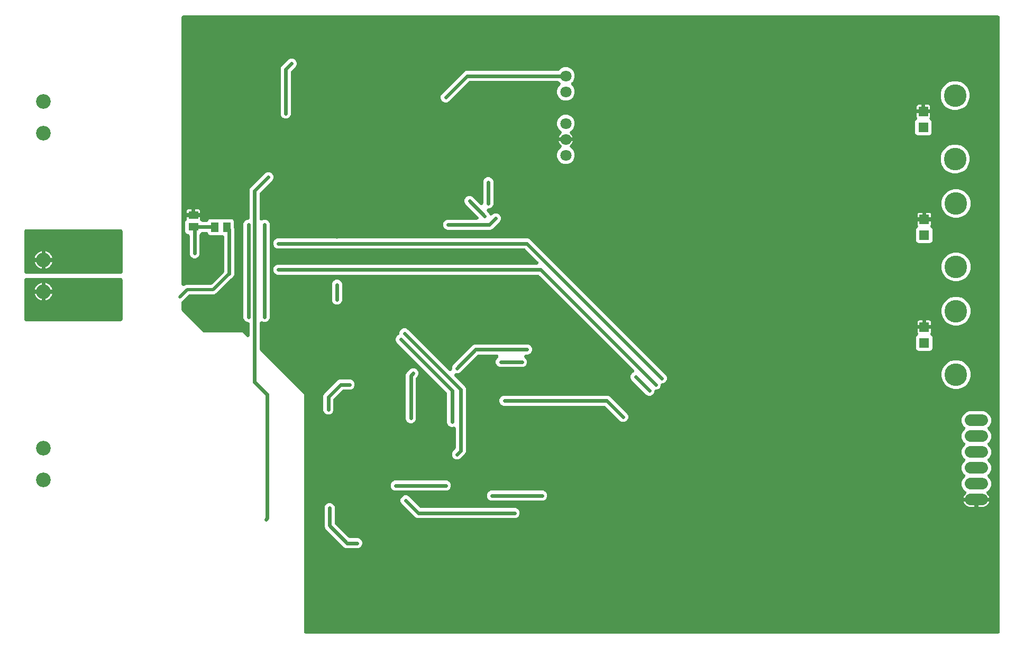
<source format=gbl>
G04 EAGLE Gerber RS-274X export*
G75*
%MOMM*%
%FSLAX34Y34*%
%LPD*%
%INBottom Copper*%
%IPPOS*%
%AMOC8*
5,1,8,0,0,1.08239X$1,22.5*%
G01*
%ADD10C,3.618000*%
%ADD11R,1.602000X1.602000*%
%ADD12R,1.300000X1.600000*%
%ADD13R,1.600000X1.300000*%
%ADD14C,1.828800*%
%ADD15C,1.800000*%
%ADD16C,2.340000*%
%ADD17C,0.502400*%
%ADD18C,0.600000*%
%ADD19C,0.500000*%

G36*
X1592094Y5008D02*
X1592094Y5008D01*
X1592188Y5007D01*
X1592338Y5028D01*
X1592488Y5041D01*
X1592579Y5064D01*
X1592673Y5077D01*
X1592816Y5123D01*
X1592963Y5159D01*
X1593049Y5197D01*
X1593139Y5225D01*
X1593274Y5294D01*
X1593412Y5354D01*
X1593491Y5405D01*
X1593575Y5448D01*
X1593697Y5537D01*
X1593823Y5619D01*
X1593893Y5682D01*
X1593969Y5738D01*
X1594075Y5846D01*
X1594186Y5947D01*
X1594245Y6021D01*
X1594311Y6088D01*
X1594397Y6212D01*
X1594491Y6330D01*
X1594537Y6412D01*
X1594591Y6490D01*
X1594656Y6626D01*
X1594730Y6757D01*
X1594762Y6846D01*
X1594802Y6931D01*
X1594844Y7076D01*
X1594895Y7218D01*
X1594913Y7311D01*
X1594939Y7401D01*
X1594950Y7516D01*
X1594984Y7699D01*
X1594988Y7885D01*
X1594999Y8000D01*
X1594999Y992000D01*
X1594992Y992094D01*
X1594993Y992188D01*
X1594972Y992338D01*
X1594959Y992488D01*
X1594936Y992579D01*
X1594923Y992673D01*
X1594877Y992816D01*
X1594841Y992963D01*
X1594803Y993049D01*
X1594775Y993139D01*
X1594706Y993274D01*
X1594646Y993412D01*
X1594595Y993491D01*
X1594552Y993575D01*
X1594463Y993697D01*
X1594381Y993823D01*
X1594318Y993893D01*
X1594262Y993969D01*
X1594154Y994075D01*
X1594053Y994186D01*
X1593979Y994245D01*
X1593912Y994311D01*
X1593788Y994397D01*
X1593670Y994491D01*
X1593588Y994537D01*
X1593510Y994591D01*
X1593374Y994656D01*
X1593243Y994730D01*
X1593154Y994762D01*
X1593069Y994802D01*
X1592924Y994844D01*
X1592782Y994895D01*
X1592689Y994913D01*
X1592599Y994939D01*
X1592484Y994950D01*
X1592301Y994984D01*
X1592115Y994988D01*
X1592000Y994999D01*
X288000Y994999D01*
X287906Y994992D01*
X287812Y994993D01*
X287662Y994972D01*
X287512Y994959D01*
X287421Y994936D01*
X287327Y994923D01*
X287184Y994877D01*
X287037Y994841D01*
X286951Y994803D01*
X286861Y994775D01*
X286726Y994706D01*
X286588Y994646D01*
X286509Y994595D01*
X286425Y994552D01*
X286303Y994463D01*
X286177Y994381D01*
X286107Y994318D01*
X286031Y994262D01*
X285925Y994154D01*
X285814Y994053D01*
X285755Y993979D01*
X285689Y993912D01*
X285603Y993788D01*
X285509Y993670D01*
X285463Y993588D01*
X285409Y993510D01*
X285344Y993374D01*
X285270Y993243D01*
X285238Y993154D01*
X285198Y993069D01*
X285156Y992924D01*
X285105Y992782D01*
X285087Y992689D01*
X285061Y992599D01*
X285050Y992484D01*
X285016Y992301D01*
X285012Y992115D01*
X285001Y992000D01*
X285001Y564849D01*
X285005Y564802D01*
X285002Y564754D01*
X285025Y564558D01*
X285041Y564361D01*
X285052Y564315D01*
X285058Y564268D01*
X285112Y564078D01*
X285159Y563887D01*
X285178Y563843D01*
X285191Y563797D01*
X285276Y563618D01*
X285354Y563437D01*
X285380Y563397D01*
X285400Y563354D01*
X285512Y563191D01*
X285619Y563026D01*
X285651Y562991D01*
X285678Y562951D01*
X285815Y562809D01*
X285947Y562663D01*
X285984Y562633D01*
X286017Y562599D01*
X286175Y562481D01*
X286330Y562358D01*
X286372Y562335D01*
X286410Y562306D01*
X286585Y562216D01*
X286757Y562120D01*
X286802Y562103D01*
X286844Y562081D01*
X287032Y562021D01*
X287218Y561954D01*
X287265Y561945D01*
X287310Y561930D01*
X287505Y561901D01*
X287699Y561865D01*
X287747Y561864D01*
X287794Y561857D01*
X287991Y561860D01*
X288188Y561856D01*
X288236Y561863D01*
X288283Y561863D01*
X288478Y561898D01*
X288673Y561926D01*
X288718Y561941D01*
X288765Y561949D01*
X288951Y562015D01*
X289139Y562075D01*
X289182Y562096D01*
X289227Y562112D01*
X289399Y562207D01*
X289460Y562238D01*
X292508Y563501D01*
X331651Y563501D01*
X331792Y563512D01*
X331933Y563514D01*
X332035Y563532D01*
X332139Y563541D01*
X332276Y563575D01*
X332415Y563600D01*
X332513Y563634D01*
X332613Y563659D01*
X332743Y563716D01*
X332877Y563763D01*
X332967Y563813D01*
X333063Y563854D01*
X333181Y563930D01*
X333305Y563998D01*
X333372Y564053D01*
X333474Y564119D01*
X333676Y564301D01*
X333772Y564379D01*
X352524Y583132D01*
X352615Y583239D01*
X352714Y583341D01*
X352774Y583426D01*
X352841Y583505D01*
X352913Y583626D01*
X352995Y583742D01*
X353039Y583836D01*
X353093Y583925D01*
X353145Y584056D01*
X353206Y584184D01*
X353235Y584283D01*
X353273Y584380D01*
X353303Y584518D01*
X353342Y584654D01*
X353351Y584740D01*
X353377Y584858D01*
X353390Y585130D01*
X353403Y585253D01*
X353403Y640000D01*
X353395Y640094D01*
X353397Y640188D01*
X353375Y640338D01*
X353363Y640488D01*
X353340Y640579D01*
X353326Y640673D01*
X353280Y640816D01*
X353244Y640963D01*
X353206Y641049D01*
X353178Y641139D01*
X353109Y641274D01*
X353050Y641412D01*
X352999Y641491D01*
X352956Y641575D01*
X352866Y641697D01*
X352785Y641823D01*
X352722Y641893D01*
X352665Y641969D01*
X352557Y642075D01*
X352456Y642186D01*
X352383Y642245D01*
X352315Y642311D01*
X352191Y642397D01*
X352074Y642491D01*
X351991Y642537D01*
X351914Y642591D01*
X351778Y642656D01*
X351646Y642730D01*
X351557Y642762D01*
X351472Y642802D01*
X351327Y642844D01*
X351186Y642895D01*
X351093Y642913D01*
X351002Y642939D01*
X350887Y642950D01*
X350704Y642984D01*
X350519Y642988D01*
X350403Y642999D01*
X350005Y642999D01*
X349148Y643354D01*
X349013Y643398D01*
X348882Y643450D01*
X348781Y643473D01*
X348682Y643504D01*
X348542Y643525D01*
X348404Y643555D01*
X348300Y643561D01*
X348198Y643576D01*
X348056Y643574D01*
X347915Y643582D01*
X347812Y643570D01*
X347708Y643569D01*
X347569Y643543D01*
X347429Y643528D01*
X347346Y643503D01*
X347227Y643481D01*
X346971Y643390D01*
X346852Y643354D01*
X345995Y642999D01*
X331005Y642999D01*
X329167Y643761D01*
X327761Y645167D01*
X327147Y646648D01*
X327041Y646856D01*
X326929Y647075D01*
X326926Y647079D01*
X326924Y647083D01*
X326783Y647273D01*
X326639Y647469D01*
X326635Y647473D01*
X326632Y647476D01*
X326458Y647646D01*
X326288Y647811D01*
X326284Y647814D01*
X326281Y647817D01*
X326082Y647955D01*
X325887Y648091D01*
X325883Y648093D01*
X325879Y648096D01*
X325665Y648197D01*
X325445Y648302D01*
X325441Y648304D01*
X325437Y648306D01*
X325205Y648372D01*
X324975Y648439D01*
X324971Y648439D01*
X324966Y648441D01*
X324480Y648497D01*
X324421Y648495D01*
X324376Y648499D01*
X318795Y648499D01*
X318561Y648480D01*
X318315Y648461D01*
X318311Y648460D01*
X318307Y648459D01*
X318077Y648402D01*
X317840Y648343D01*
X317836Y648342D01*
X317833Y648341D01*
X317614Y648246D01*
X317390Y648150D01*
X317387Y648148D01*
X317383Y648146D01*
X317183Y648017D01*
X316978Y647886D01*
X316975Y647883D01*
X316972Y647881D01*
X316798Y647724D01*
X316614Y647559D01*
X316612Y647556D01*
X316609Y647553D01*
X316544Y647472D01*
X314879Y645807D01*
X314788Y645699D01*
X314689Y645598D01*
X314629Y645513D01*
X314563Y645434D01*
X314490Y645313D01*
X314409Y645197D01*
X314364Y645103D01*
X314311Y645014D01*
X314259Y644883D01*
X314198Y644755D01*
X314169Y644656D01*
X314131Y644559D01*
X314101Y644421D01*
X314061Y644285D01*
X314052Y644199D01*
X314027Y644081D01*
X314013Y643809D01*
X314001Y643686D01*
X314001Y612409D01*
X312783Y609468D01*
X310532Y607217D01*
X307591Y605999D01*
X304409Y605999D01*
X301468Y607217D01*
X299217Y609468D01*
X297999Y612409D01*
X297999Y642000D01*
X297992Y642094D01*
X297993Y642188D01*
X297972Y642338D01*
X297959Y642488D01*
X297936Y642579D01*
X297923Y642673D01*
X297877Y642816D01*
X297841Y642963D01*
X297803Y643049D01*
X297775Y643139D01*
X297706Y643274D01*
X297646Y643412D01*
X297595Y643491D01*
X297552Y643575D01*
X297463Y643697D01*
X297381Y643823D01*
X297318Y643893D01*
X297262Y643969D01*
X297154Y644075D01*
X297053Y644186D01*
X296979Y644245D01*
X296912Y644311D01*
X296788Y644397D01*
X296670Y644491D01*
X296588Y644537D01*
X296510Y644591D01*
X296374Y644656D01*
X296243Y644730D01*
X296154Y644762D01*
X296069Y644802D01*
X295924Y644844D01*
X295782Y644895D01*
X295689Y644913D01*
X295599Y644939D01*
X295484Y644950D01*
X295301Y644984D01*
X295115Y644988D01*
X295007Y644999D01*
X293167Y645761D01*
X291761Y647167D01*
X290999Y649005D01*
X290999Y663995D01*
X291761Y665833D01*
X292581Y666653D01*
X292672Y666761D01*
X292771Y666862D01*
X292831Y666947D01*
X292897Y667026D01*
X292970Y667147D01*
X293051Y667263D01*
X293096Y667357D01*
X293149Y667446D01*
X293201Y667577D01*
X293262Y667705D01*
X293291Y667804D01*
X293329Y667901D01*
X293359Y668039D01*
X293399Y668175D01*
X293408Y668261D01*
X293433Y668379D01*
X293447Y668651D01*
X293459Y668774D01*
X293459Y672251D01*
X303750Y672251D01*
X303844Y672258D01*
X303938Y672257D01*
X303995Y672265D01*
X304135Y672262D01*
X304250Y672251D01*
X314541Y672251D01*
X314541Y668774D01*
X314552Y668633D01*
X314554Y668491D01*
X314572Y668389D01*
X314581Y668286D01*
X314615Y668149D01*
X314640Y668009D01*
X314674Y667912D01*
X314699Y667811D01*
X314756Y667681D01*
X314803Y667548D01*
X314853Y667457D01*
X314894Y667362D01*
X314970Y667243D01*
X315038Y667119D01*
X315093Y667052D01*
X315159Y666950D01*
X315341Y666749D01*
X315419Y666653D01*
X316509Y665563D01*
X316533Y665531D01*
X316536Y665528D01*
X316538Y665525D01*
X316710Y665358D01*
X316883Y665189D01*
X316887Y665187D01*
X316889Y665184D01*
X317086Y665048D01*
X317285Y664909D01*
X317288Y664907D01*
X317292Y664905D01*
X317505Y664804D01*
X317726Y664698D01*
X317730Y664697D01*
X317734Y664695D01*
X317962Y664629D01*
X318196Y664561D01*
X318200Y664561D01*
X318204Y664560D01*
X318690Y664503D01*
X318749Y664505D01*
X318795Y664501D01*
X324791Y664501D01*
X325027Y664520D01*
X325269Y664539D01*
X325274Y664540D01*
X325278Y664541D01*
X325511Y664599D01*
X325744Y664656D01*
X325749Y664658D01*
X325753Y664659D01*
X325973Y664755D01*
X326194Y664849D01*
X326198Y664852D01*
X326202Y664854D01*
X326401Y664981D01*
X326607Y665113D01*
X326610Y665116D01*
X326614Y665119D01*
X326788Y665276D01*
X326971Y665440D01*
X326974Y665444D01*
X326977Y665447D01*
X327124Y665631D01*
X327277Y665822D01*
X327279Y665826D01*
X327282Y665830D01*
X327520Y666257D01*
X327540Y666312D01*
X327562Y666352D01*
X327761Y666833D01*
X329167Y668239D01*
X331005Y669001D01*
X345995Y669001D01*
X346852Y668646D01*
X346987Y668602D01*
X347118Y668550D01*
X347220Y668527D01*
X347318Y668496D01*
X347458Y668475D01*
X347596Y668445D01*
X347700Y668439D01*
X347802Y668424D01*
X347944Y668426D01*
X348085Y668418D01*
X348188Y668430D01*
X348292Y668431D01*
X348431Y668457D01*
X348571Y668472D01*
X348654Y668497D01*
X348773Y668519D01*
X349029Y668610D01*
X349148Y668646D01*
X350005Y669001D01*
X364995Y669001D01*
X366833Y668239D01*
X368239Y666833D01*
X369001Y664995D01*
X369001Y655258D01*
X369004Y655216D01*
X369002Y655173D01*
X369024Y654972D01*
X369041Y654771D01*
X369051Y654729D01*
X369056Y654687D01*
X369091Y654571D01*
X369159Y654296D01*
X369205Y654190D01*
X369229Y654111D01*
X369404Y653688D01*
X369404Y579812D01*
X368186Y576871D01*
X365935Y574621D01*
X365279Y574349D01*
X365242Y574329D01*
X365201Y574315D01*
X365024Y574218D01*
X364844Y574125D01*
X364810Y574100D01*
X364773Y574080D01*
X364679Y574003D01*
X364451Y573834D01*
X364371Y573751D01*
X364306Y573699D01*
X340249Y549641D01*
X337492Y548499D01*
X298349Y548499D01*
X298208Y548488D01*
X298067Y548486D01*
X297965Y548468D01*
X297861Y548459D01*
X297724Y548425D01*
X297585Y548400D01*
X297487Y548366D01*
X297387Y548341D01*
X297257Y548284D01*
X297123Y548237D01*
X297033Y548187D01*
X296937Y548146D01*
X296819Y548070D01*
X296695Y548002D01*
X296628Y547947D01*
X296526Y547881D01*
X296324Y547699D01*
X296228Y547621D01*
X288803Y540195D01*
X288775Y540162D01*
X288742Y540133D01*
X288681Y540057D01*
X285879Y537255D01*
X285788Y537147D01*
X285689Y537046D01*
X285630Y536960D01*
X285563Y536881D01*
X285490Y536760D01*
X285409Y536644D01*
X285364Y536551D01*
X285311Y536462D01*
X285259Y536330D01*
X285198Y536203D01*
X285169Y536103D01*
X285131Y536007D01*
X285100Y535868D01*
X285061Y535733D01*
X285053Y535647D01*
X285027Y535528D01*
X285013Y535257D01*
X285001Y535134D01*
X285001Y524000D01*
X285012Y523859D01*
X285014Y523718D01*
X285032Y523615D01*
X285041Y523512D01*
X285075Y523375D01*
X285100Y523236D01*
X285134Y523138D01*
X285159Y523037D01*
X285216Y522908D01*
X285263Y522774D01*
X285313Y522683D01*
X285354Y522588D01*
X285430Y522469D01*
X285498Y522345D01*
X285553Y522278D01*
X285619Y522177D01*
X285801Y521975D01*
X285879Y521879D01*
X319879Y487879D01*
X319987Y487788D01*
X320088Y487689D01*
X320173Y487630D01*
X320252Y487563D01*
X320373Y487490D01*
X320490Y487409D01*
X320583Y487364D01*
X320672Y487311D01*
X320803Y487259D01*
X320931Y487198D01*
X321031Y487169D01*
X321127Y487131D01*
X321266Y487101D01*
X321401Y487061D01*
X321487Y487053D01*
X321605Y487027D01*
X321877Y487013D01*
X322000Y487001D01*
X382758Y487001D01*
X388879Y480879D01*
X388915Y480849D01*
X388947Y480814D01*
X389102Y480690D01*
X389252Y480563D01*
X389293Y480538D01*
X389330Y480509D01*
X389503Y480412D01*
X389672Y480311D01*
X389716Y480293D01*
X389757Y480270D01*
X389943Y480203D01*
X390127Y480131D01*
X390173Y480121D01*
X390218Y480105D01*
X390412Y480069D01*
X390605Y480027D01*
X390653Y480024D01*
X390699Y480016D01*
X390897Y480012D01*
X391094Y480002D01*
X391141Y480008D01*
X391188Y480007D01*
X391384Y480035D01*
X391581Y480057D01*
X391626Y480070D01*
X391673Y480077D01*
X391861Y480137D01*
X392051Y480191D01*
X392094Y480211D01*
X392139Y480225D01*
X392316Y480315D01*
X392494Y480399D01*
X392533Y480426D01*
X392575Y480448D01*
X392735Y480565D01*
X392897Y480677D01*
X392931Y480710D01*
X392969Y480738D01*
X393107Y480879D01*
X393250Y481017D01*
X393278Y481054D01*
X393311Y481088D01*
X393424Y481251D01*
X393542Y481409D01*
X393564Y481451D01*
X393591Y481490D01*
X393677Y481668D01*
X393767Y481844D01*
X393782Y481888D01*
X393802Y481931D01*
X393858Y482121D01*
X393919Y482309D01*
X393926Y482356D01*
X393939Y482401D01*
X393951Y482524D01*
X393992Y482793D01*
X393991Y482914D01*
X393999Y483000D01*
X393999Y501000D01*
X393992Y501094D01*
X393993Y501188D01*
X393972Y501338D01*
X393959Y501488D01*
X393936Y501579D01*
X393923Y501673D01*
X393877Y501816D01*
X393841Y501963D01*
X393803Y502049D01*
X393775Y502139D01*
X393706Y502274D01*
X393646Y502412D01*
X393595Y502491D01*
X393552Y502575D01*
X393463Y502697D01*
X393381Y502823D01*
X393318Y502893D01*
X393262Y502969D01*
X393154Y503075D01*
X393053Y503186D01*
X392979Y503245D01*
X392912Y503311D01*
X392788Y503397D01*
X392670Y503491D01*
X392588Y503537D01*
X392510Y503591D01*
X392374Y503656D01*
X392243Y503730D01*
X392154Y503762D01*
X392069Y503802D01*
X391924Y503844D01*
X391782Y503895D01*
X391689Y503913D01*
X391599Y503939D01*
X391484Y503950D01*
X391301Y503984D01*
X391115Y503988D01*
X391000Y503999D01*
X390409Y503999D01*
X387468Y505217D01*
X385217Y507468D01*
X383999Y510409D01*
X383999Y661591D01*
X385217Y664532D01*
X387468Y666783D01*
X390409Y668001D01*
X391000Y668001D01*
X391094Y668008D01*
X391188Y668007D01*
X391338Y668028D01*
X391488Y668041D01*
X391579Y668064D01*
X391673Y668077D01*
X391816Y668123D01*
X391963Y668159D01*
X392049Y668197D01*
X392139Y668225D01*
X392274Y668294D01*
X392412Y668354D01*
X392491Y668405D01*
X392575Y668448D01*
X392697Y668537D01*
X392823Y668619D01*
X392893Y668682D01*
X392969Y668738D01*
X393075Y668846D01*
X393186Y668947D01*
X393245Y669021D01*
X393311Y669088D01*
X393397Y669212D01*
X393491Y669330D01*
X393537Y669412D01*
X393591Y669490D01*
X393656Y669626D01*
X393730Y669757D01*
X393762Y669846D01*
X393802Y669931D01*
X393844Y670076D01*
X393895Y670218D01*
X393913Y670311D01*
X393939Y670401D01*
X393950Y670516D01*
X393984Y670699D01*
X393988Y670885D01*
X393999Y671000D01*
X393999Y715591D01*
X395217Y718532D01*
X419468Y742783D01*
X422409Y744001D01*
X425591Y744001D01*
X428532Y742783D01*
X430783Y740532D01*
X432001Y737591D01*
X432001Y734409D01*
X430783Y731468D01*
X410879Y711564D01*
X410788Y711457D01*
X410689Y711355D01*
X410629Y711270D01*
X410563Y711191D01*
X410490Y711070D01*
X410409Y710954D01*
X410364Y710860D01*
X410311Y710772D01*
X410259Y710640D01*
X410198Y710513D01*
X410169Y710413D01*
X410131Y710317D01*
X410101Y710178D01*
X410061Y710043D01*
X410052Y709957D01*
X410027Y709838D01*
X410013Y709567D01*
X410001Y709444D01*
X410001Y669835D01*
X410016Y669643D01*
X410026Y669450D01*
X410036Y669399D01*
X410041Y669347D01*
X410087Y669160D01*
X410128Y668971D01*
X410147Y668923D01*
X410159Y668873D01*
X410236Y668696D01*
X410307Y668516D01*
X410333Y668471D01*
X410354Y668423D01*
X410458Y668262D01*
X410557Y668095D01*
X410591Y668055D01*
X410619Y668012D01*
X410748Y667869D01*
X410873Y667721D01*
X410912Y667687D01*
X410947Y667649D01*
X411098Y667529D01*
X411245Y667403D01*
X411289Y667376D01*
X411330Y667344D01*
X411499Y667250D01*
X411664Y667150D01*
X411712Y667131D01*
X411757Y667106D01*
X411939Y667040D01*
X412118Y666969D01*
X412169Y666957D01*
X412218Y666940D01*
X412408Y666905D01*
X412596Y666863D01*
X412648Y666861D01*
X412699Y666851D01*
X412892Y666847D01*
X413085Y666837D01*
X413137Y666843D01*
X413188Y666842D01*
X413379Y666870D01*
X413571Y666891D01*
X413615Y666904D01*
X413673Y666912D01*
X414139Y667061D01*
X414144Y667063D01*
X414148Y667064D01*
X416409Y668001D01*
X419591Y668001D01*
X422532Y666783D01*
X424783Y664532D01*
X426001Y661591D01*
X426001Y510409D01*
X424783Y507468D01*
X422532Y505217D01*
X419591Y503999D01*
X416409Y503999D01*
X414148Y504936D01*
X413964Y504995D01*
X413782Y505060D01*
X413731Y505070D01*
X413682Y505086D01*
X413491Y505114D01*
X413301Y505149D01*
X413249Y505150D01*
X413198Y505158D01*
X413005Y505154D01*
X412812Y505158D01*
X412760Y505151D01*
X412708Y505150D01*
X412518Y505115D01*
X412327Y505088D01*
X412278Y505072D01*
X412227Y505063D01*
X412045Y504998D01*
X411861Y504939D01*
X411815Y504916D01*
X411766Y504898D01*
X411597Y504805D01*
X411425Y504717D01*
X411383Y504686D01*
X411338Y504661D01*
X411187Y504542D01*
X411031Y504427D01*
X410994Y504390D01*
X410954Y504358D01*
X410824Y504215D01*
X410689Y504077D01*
X410659Y504034D01*
X410624Y503996D01*
X410519Y503834D01*
X410409Y503675D01*
X410386Y503628D01*
X410358Y503585D01*
X410281Y503408D01*
X410198Y503234D01*
X410183Y503184D01*
X410162Y503136D01*
X410115Y502949D01*
X410061Y502764D01*
X410057Y502719D01*
X410042Y502662D01*
X410001Y502174D01*
X410001Y502169D01*
X410001Y502165D01*
X410001Y461000D01*
X410012Y460859D01*
X410014Y460718D01*
X410032Y460615D01*
X410041Y460512D01*
X410075Y460375D01*
X410100Y460236D01*
X410134Y460138D01*
X410159Y460037D01*
X410216Y459908D01*
X410263Y459774D01*
X410313Y459683D01*
X410354Y459588D01*
X410430Y459469D01*
X410498Y459345D01*
X410553Y459278D01*
X410619Y459177D01*
X410801Y458975D01*
X410879Y458879D01*
X481001Y388758D01*
X481001Y8000D01*
X481008Y7906D01*
X481007Y7812D01*
X481028Y7662D01*
X481041Y7512D01*
X481064Y7421D01*
X481077Y7327D01*
X481123Y7184D01*
X481159Y7037D01*
X481197Y6951D01*
X481226Y6861D01*
X481294Y6726D01*
X481354Y6588D01*
X481405Y6509D01*
X481448Y6425D01*
X481537Y6303D01*
X481619Y6177D01*
X481682Y6107D01*
X481738Y6031D01*
X481846Y5925D01*
X481947Y5814D01*
X482021Y5755D01*
X482088Y5689D01*
X482212Y5603D01*
X482330Y5509D01*
X482412Y5463D01*
X482490Y5409D01*
X482626Y5344D01*
X482757Y5270D01*
X482846Y5238D01*
X482931Y5198D01*
X483076Y5156D01*
X483218Y5105D01*
X483311Y5087D01*
X483401Y5061D01*
X483516Y5050D01*
X483699Y5016D01*
X483885Y5012D01*
X484000Y5001D01*
X1592000Y5001D01*
X1592094Y5008D01*
G37*
%LPC*%
G36*
X1032409Y385999D02*
X1032409Y385999D01*
X1029468Y387217D01*
X1005217Y411468D01*
X1003999Y414409D01*
X1003999Y417591D01*
X1005217Y420532D01*
X1007468Y422783D01*
X1007871Y422950D01*
X1008042Y423038D01*
X1008217Y423120D01*
X1008260Y423149D01*
X1008306Y423173D01*
X1008462Y423288D01*
X1008620Y423398D01*
X1008658Y423434D01*
X1008700Y423465D01*
X1008834Y423604D01*
X1008973Y423737D01*
X1009004Y423779D01*
X1009040Y423816D01*
X1009151Y423975D01*
X1009266Y424129D01*
X1009289Y424175D01*
X1009319Y424218D01*
X1009402Y424393D01*
X1009491Y424564D01*
X1009507Y424613D01*
X1009529Y424660D01*
X1009582Y424846D01*
X1009642Y425030D01*
X1009650Y425081D01*
X1009664Y425131D01*
X1009686Y425322D01*
X1009715Y425514D01*
X1009715Y425565D01*
X1009721Y425617D01*
X1009712Y425810D01*
X1009709Y426003D01*
X1009700Y426054D01*
X1009698Y426106D01*
X1009657Y426294D01*
X1009623Y426485D01*
X1009606Y426534D01*
X1009595Y426584D01*
X1009525Y426764D01*
X1009461Y426946D01*
X1009435Y426992D01*
X1009417Y427040D01*
X1009318Y427206D01*
X1009225Y427375D01*
X1009196Y427410D01*
X1009166Y427461D01*
X1008851Y427835D01*
X1008847Y427838D01*
X1008844Y427841D01*
X857564Y579121D01*
X857457Y579212D01*
X857355Y579311D01*
X857270Y579371D01*
X857191Y579437D01*
X857070Y579510D01*
X856954Y579591D01*
X856860Y579636D01*
X856772Y579689D01*
X856640Y579741D01*
X856513Y579802D01*
X856413Y579831D01*
X856317Y579869D01*
X856178Y579899D01*
X856043Y579939D01*
X855957Y579948D01*
X855838Y579973D01*
X855567Y579987D01*
X855444Y579999D01*
X438409Y579999D01*
X435468Y581217D01*
X433217Y583468D01*
X431999Y586409D01*
X431999Y589591D01*
X433217Y592532D01*
X435468Y594783D01*
X438409Y596001D01*
X853444Y596001D01*
X853491Y596005D01*
X853538Y596002D01*
X853735Y596025D01*
X853932Y596041D01*
X853977Y596052D01*
X854024Y596057D01*
X854214Y596111D01*
X854406Y596159D01*
X854450Y596178D01*
X854495Y596191D01*
X854674Y596275D01*
X854856Y596354D01*
X854895Y596379D01*
X854938Y596399D01*
X855101Y596512D01*
X855267Y596619D01*
X855302Y596650D01*
X855341Y596677D01*
X855484Y596814D01*
X855630Y596947D01*
X855660Y596984D01*
X855694Y597017D01*
X855812Y597175D01*
X855935Y597330D01*
X855958Y597371D01*
X855986Y597409D01*
X856077Y597584D01*
X856173Y597757D01*
X856189Y597802D01*
X856211Y597844D01*
X856272Y598032D01*
X856339Y598218D01*
X856348Y598264D01*
X856362Y598309D01*
X856392Y598504D01*
X856428Y598699D01*
X856429Y598746D01*
X856436Y598793D01*
X856433Y598991D01*
X856437Y599188D01*
X856430Y599235D01*
X856430Y599282D01*
X856395Y599477D01*
X856367Y599673D01*
X856352Y599718D01*
X856344Y599764D01*
X856278Y599951D01*
X856218Y600139D01*
X856197Y600181D01*
X856181Y600226D01*
X856086Y600399D01*
X855996Y600575D01*
X855968Y600613D01*
X855945Y600655D01*
X855867Y600750D01*
X855706Y600969D01*
X855619Y601054D01*
X855565Y601121D01*
X835564Y621121D01*
X835457Y621212D01*
X835355Y621311D01*
X835270Y621371D01*
X835191Y621437D01*
X835070Y621510D01*
X834954Y621591D01*
X834860Y621636D01*
X834772Y621689D01*
X834640Y621741D01*
X834513Y621802D01*
X834413Y621831D01*
X834317Y621869D01*
X834178Y621899D01*
X834043Y621939D01*
X833957Y621948D01*
X833838Y621973D01*
X833567Y621987D01*
X833444Y621999D01*
X438409Y621999D01*
X435468Y623217D01*
X433217Y625468D01*
X431999Y628409D01*
X431999Y631591D01*
X433217Y634532D01*
X435468Y636783D01*
X438409Y638001D01*
X839591Y638001D01*
X842532Y636783D01*
X1060783Y418532D01*
X1062001Y415591D01*
X1062001Y412409D01*
X1060783Y409468D01*
X1058532Y407217D01*
X1055591Y405999D01*
X1055000Y405999D01*
X1054906Y405992D01*
X1054812Y405993D01*
X1054662Y405972D01*
X1054512Y405959D01*
X1054421Y405936D01*
X1054327Y405923D01*
X1054184Y405877D01*
X1054037Y405841D01*
X1053951Y405803D01*
X1053861Y405775D01*
X1053726Y405706D01*
X1053588Y405646D01*
X1053509Y405595D01*
X1053425Y405552D01*
X1053303Y405463D01*
X1053177Y405381D01*
X1053107Y405318D01*
X1053031Y405262D01*
X1052925Y405154D01*
X1052814Y405053D01*
X1052755Y404979D01*
X1052689Y404912D01*
X1052603Y404788D01*
X1052509Y404670D01*
X1052463Y404588D01*
X1052409Y404510D01*
X1052344Y404374D01*
X1052270Y404243D01*
X1052238Y404154D01*
X1052198Y404069D01*
X1052156Y403924D01*
X1052105Y403782D01*
X1052087Y403689D01*
X1052061Y403599D01*
X1052050Y403484D01*
X1052016Y403301D01*
X1052012Y403115D01*
X1052001Y403000D01*
X1052001Y402409D01*
X1050783Y399468D01*
X1048532Y397217D01*
X1045591Y395999D01*
X1045000Y395999D01*
X1044906Y395992D01*
X1044812Y395993D01*
X1044662Y395972D01*
X1044512Y395959D01*
X1044421Y395936D01*
X1044327Y395923D01*
X1044184Y395877D01*
X1044037Y395841D01*
X1043951Y395803D01*
X1043861Y395775D01*
X1043726Y395706D01*
X1043588Y395646D01*
X1043509Y395595D01*
X1043425Y395552D01*
X1043303Y395463D01*
X1043177Y395381D01*
X1043107Y395318D01*
X1043031Y395262D01*
X1042925Y395154D01*
X1042814Y395053D01*
X1042755Y394979D01*
X1042689Y394912D01*
X1042603Y394788D01*
X1042509Y394670D01*
X1042463Y394588D01*
X1042409Y394510D01*
X1042344Y394374D01*
X1042270Y394243D01*
X1042238Y394154D01*
X1042198Y394069D01*
X1042156Y393924D01*
X1042105Y393782D01*
X1042087Y393689D01*
X1042061Y393599D01*
X1042050Y393484D01*
X1042016Y393301D01*
X1042012Y393115D01*
X1042001Y393000D01*
X1042001Y392409D01*
X1040783Y389468D01*
X1038532Y387217D01*
X1035591Y385999D01*
X1032409Y385999D01*
G37*
%LPD*%
G36*
X188050Y581505D02*
X188050Y581505D01*
X188100Y581503D01*
X188272Y581525D01*
X188445Y581541D01*
X188493Y581554D01*
X188543Y581560D01*
X188708Y581613D01*
X188876Y581659D01*
X188921Y581681D01*
X188968Y581696D01*
X189122Y581777D01*
X189278Y581852D01*
X189319Y581882D01*
X189363Y581905D01*
X189500Y582012D01*
X189640Y582114D01*
X189675Y582150D01*
X189714Y582181D01*
X189830Y582311D01*
X189950Y582436D01*
X189977Y582478D01*
X190011Y582516D01*
X190101Y582664D01*
X190197Y582808D01*
X190217Y582855D01*
X190243Y582897D01*
X190305Y583059D01*
X190374Y583219D01*
X190385Y583267D01*
X190403Y583314D01*
X190436Y583485D01*
X190475Y583654D01*
X190478Y583704D01*
X190487Y583753D01*
X190499Y584000D01*
X190499Y650000D01*
X190495Y650050D01*
X190497Y650100D01*
X190475Y650272D01*
X190459Y650445D01*
X190446Y650493D01*
X190440Y650543D01*
X190387Y650708D01*
X190341Y650876D01*
X190319Y650921D01*
X190304Y650968D01*
X190223Y651122D01*
X190148Y651278D01*
X190118Y651319D01*
X190095Y651363D01*
X189988Y651500D01*
X189886Y651640D01*
X189850Y651675D01*
X189819Y651714D01*
X189689Y651830D01*
X189564Y651950D01*
X189522Y651977D01*
X189484Y652011D01*
X189336Y652101D01*
X189192Y652197D01*
X189146Y652217D01*
X189103Y652243D01*
X188941Y652305D01*
X188781Y652374D01*
X188733Y652385D01*
X188686Y652403D01*
X188515Y652436D01*
X188346Y652475D01*
X188296Y652478D01*
X188247Y652487D01*
X188000Y652499D01*
X36000Y652499D01*
X35950Y652495D01*
X35900Y652497D01*
X35728Y652475D01*
X35555Y652459D01*
X35507Y652446D01*
X35457Y652440D01*
X35292Y652387D01*
X35124Y652341D01*
X35079Y652319D01*
X35032Y652304D01*
X34878Y652223D01*
X34722Y652148D01*
X34681Y652118D01*
X34637Y652095D01*
X34501Y651988D01*
X34360Y651886D01*
X34325Y651850D01*
X34286Y651819D01*
X34170Y651689D01*
X34050Y651564D01*
X34023Y651522D01*
X33989Y651484D01*
X33899Y651336D01*
X33803Y651192D01*
X33783Y651146D01*
X33757Y651103D01*
X33695Y650941D01*
X33626Y650781D01*
X33615Y650733D01*
X33597Y650686D01*
X33564Y650515D01*
X33525Y650346D01*
X33522Y650296D01*
X33513Y650247D01*
X33501Y650000D01*
X33501Y584000D01*
X33505Y583950D01*
X33503Y583900D01*
X33525Y583728D01*
X33541Y583555D01*
X33554Y583507D01*
X33560Y583457D01*
X33613Y583292D01*
X33659Y583124D01*
X33681Y583079D01*
X33696Y583032D01*
X33777Y582878D01*
X33852Y582722D01*
X33882Y582681D01*
X33905Y582637D01*
X34012Y582501D01*
X34114Y582360D01*
X34150Y582325D01*
X34181Y582286D01*
X34311Y582170D01*
X34436Y582050D01*
X34478Y582023D01*
X34516Y581989D01*
X34664Y581899D01*
X34808Y581803D01*
X34855Y581783D01*
X34897Y581757D01*
X35059Y581695D01*
X35219Y581626D01*
X35267Y581615D01*
X35314Y581597D01*
X35485Y581564D01*
X35654Y581525D01*
X35704Y581522D01*
X35753Y581513D01*
X36000Y581501D01*
X188000Y581501D01*
X188050Y581505D01*
G37*
G36*
X188050Y505505D02*
X188050Y505505D01*
X188100Y505503D01*
X188272Y505525D01*
X188445Y505541D01*
X188493Y505554D01*
X188543Y505560D01*
X188708Y505613D01*
X188876Y505659D01*
X188921Y505681D01*
X188968Y505696D01*
X189122Y505777D01*
X189278Y505852D01*
X189319Y505882D01*
X189363Y505905D01*
X189500Y506012D01*
X189640Y506114D01*
X189675Y506150D01*
X189714Y506181D01*
X189830Y506311D01*
X189950Y506436D01*
X189977Y506478D01*
X190011Y506516D01*
X190101Y506664D01*
X190197Y506808D01*
X190217Y506855D01*
X190243Y506897D01*
X190305Y507059D01*
X190374Y507219D01*
X190385Y507267D01*
X190403Y507314D01*
X190436Y507485D01*
X190475Y507654D01*
X190478Y507704D01*
X190487Y507753D01*
X190499Y508000D01*
X190499Y572000D01*
X190495Y572050D01*
X190497Y572100D01*
X190475Y572272D01*
X190459Y572445D01*
X190446Y572493D01*
X190440Y572543D01*
X190387Y572708D01*
X190341Y572876D01*
X190319Y572921D01*
X190304Y572968D01*
X190223Y573122D01*
X190148Y573278D01*
X190118Y573319D01*
X190095Y573363D01*
X189988Y573500D01*
X189886Y573640D01*
X189850Y573675D01*
X189819Y573714D01*
X189689Y573830D01*
X189564Y573950D01*
X189522Y573977D01*
X189484Y574011D01*
X189336Y574101D01*
X189192Y574197D01*
X189146Y574217D01*
X189103Y574243D01*
X188941Y574305D01*
X188781Y574374D01*
X188733Y574385D01*
X188686Y574403D01*
X188515Y574436D01*
X188346Y574475D01*
X188296Y574478D01*
X188247Y574487D01*
X188000Y574499D01*
X36000Y574499D01*
X35950Y574495D01*
X35900Y574497D01*
X35728Y574475D01*
X35555Y574459D01*
X35507Y574446D01*
X35457Y574440D01*
X35292Y574387D01*
X35124Y574341D01*
X35079Y574319D01*
X35032Y574304D01*
X34878Y574223D01*
X34722Y574148D01*
X34681Y574118D01*
X34637Y574095D01*
X34501Y573988D01*
X34360Y573886D01*
X34325Y573850D01*
X34286Y573819D01*
X34170Y573689D01*
X34050Y573564D01*
X34023Y573522D01*
X33989Y573484D01*
X33899Y573336D01*
X33803Y573192D01*
X33783Y573146D01*
X33757Y573103D01*
X33695Y572941D01*
X33626Y572781D01*
X33615Y572733D01*
X33597Y572686D01*
X33564Y572515D01*
X33525Y572346D01*
X33522Y572296D01*
X33513Y572247D01*
X33501Y572000D01*
X33501Y508000D01*
X33505Y507950D01*
X33503Y507900D01*
X33525Y507728D01*
X33541Y507555D01*
X33554Y507507D01*
X33560Y507457D01*
X33613Y507292D01*
X33659Y507124D01*
X33681Y507079D01*
X33696Y507032D01*
X33777Y506878D01*
X33852Y506722D01*
X33882Y506681D01*
X33905Y506637D01*
X34012Y506501D01*
X34114Y506360D01*
X34150Y506325D01*
X34181Y506286D01*
X34311Y506170D01*
X34436Y506050D01*
X34478Y506023D01*
X34516Y505989D01*
X34664Y505899D01*
X34808Y505803D01*
X34855Y505783D01*
X34897Y505757D01*
X35059Y505695D01*
X35219Y505626D01*
X35267Y505615D01*
X35314Y505597D01*
X35485Y505564D01*
X35654Y505525D01*
X35704Y505522D01*
X35753Y505513D01*
X36000Y505501D01*
X188000Y505501D01*
X188050Y505505D01*
G37*
%LPC*%
G36*
X724409Y283999D02*
X724409Y283999D01*
X721468Y285217D01*
X719217Y287468D01*
X717999Y290409D01*
X717999Y293591D01*
X719217Y296532D01*
X723121Y300436D01*
X723212Y300543D01*
X723311Y300645D01*
X723371Y300730D01*
X723437Y300809D01*
X723510Y300930D01*
X723591Y301046D01*
X723636Y301140D01*
X723689Y301228D01*
X723741Y301360D01*
X723802Y301487D01*
X723831Y301587D01*
X723869Y301683D01*
X723899Y301822D01*
X723939Y301957D01*
X723948Y302043D01*
X723973Y302162D01*
X723987Y302433D01*
X723999Y302556D01*
X723999Y333336D01*
X723984Y333528D01*
X723974Y333722D01*
X723964Y333773D01*
X723959Y333824D01*
X723913Y334011D01*
X723872Y334200D01*
X723853Y334249D01*
X723841Y334299D01*
X723764Y334476D01*
X723693Y334656D01*
X723667Y334701D01*
X723646Y334748D01*
X723542Y334910D01*
X723443Y335076D01*
X723409Y335116D01*
X723381Y335160D01*
X723252Y335303D01*
X723127Y335451D01*
X723088Y335484D01*
X723053Y335523D01*
X722902Y335643D01*
X722755Y335768D01*
X722711Y335795D01*
X722670Y335828D01*
X722501Y335922D01*
X722336Y336021D01*
X722288Y336041D01*
X722243Y336066D01*
X722061Y336131D01*
X721882Y336203D01*
X721831Y336214D01*
X721782Y336232D01*
X721592Y336267D01*
X721404Y336308D01*
X721352Y336311D01*
X721301Y336320D01*
X721107Y336324D01*
X720915Y336334D01*
X720863Y336329D01*
X720812Y336330D01*
X720621Y336302D01*
X720429Y336281D01*
X720385Y336268D01*
X720327Y336259D01*
X719861Y336111D01*
X719856Y336109D01*
X719852Y336107D01*
X719591Y335999D01*
X716409Y335999D01*
X713468Y337217D01*
X711217Y339468D01*
X709999Y342409D01*
X709999Y389444D01*
X709988Y389585D01*
X709986Y389726D01*
X709968Y389828D01*
X709959Y389931D01*
X709925Y390069D01*
X709900Y390208D01*
X709866Y390306D01*
X709841Y390406D01*
X709784Y390536D01*
X709737Y390669D01*
X709687Y390760D01*
X709646Y390855D01*
X709570Y390974D01*
X709502Y391098D01*
X709447Y391165D01*
X709381Y391267D01*
X709199Y391469D01*
X709121Y391564D01*
X629217Y471468D01*
X627999Y474409D01*
X627999Y477591D01*
X629217Y480532D01*
X631468Y482783D01*
X632148Y483064D01*
X632358Y483172D01*
X632575Y483283D01*
X632579Y483286D01*
X632583Y483288D01*
X632772Y483428D01*
X632969Y483573D01*
X632973Y483577D01*
X632976Y483579D01*
X633141Y483749D01*
X633311Y483924D01*
X633314Y483927D01*
X633317Y483931D01*
X633452Y484125D01*
X633591Y484325D01*
X633593Y484329D01*
X633596Y484333D01*
X633697Y484547D01*
X633802Y484766D01*
X633804Y484771D01*
X633806Y484775D01*
X633873Y485008D01*
X633939Y485236D01*
X633939Y485240D01*
X633941Y485246D01*
X633997Y485732D01*
X633995Y485790D01*
X633999Y485835D01*
X633999Y487591D01*
X635217Y490532D01*
X637468Y492783D01*
X640409Y494001D01*
X643591Y494001D01*
X646532Y492783D01*
X712879Y426435D01*
X712915Y426405D01*
X712947Y426370D01*
X713102Y426247D01*
X713252Y426119D01*
X713293Y426095D01*
X713330Y426065D01*
X713503Y425969D01*
X713672Y425867D01*
X713716Y425850D01*
X713757Y425827D01*
X713943Y425760D01*
X714127Y425687D01*
X714173Y425677D01*
X714218Y425661D01*
X714412Y425625D01*
X714605Y425583D01*
X714653Y425581D01*
X714699Y425572D01*
X714897Y425568D01*
X715094Y425558D01*
X715141Y425564D01*
X715188Y425563D01*
X715384Y425591D01*
X715581Y425614D01*
X715626Y425627D01*
X715673Y425633D01*
X715861Y425693D01*
X716051Y425747D01*
X716094Y425767D01*
X716139Y425782D01*
X716316Y425872D01*
X716494Y425956D01*
X716533Y425982D01*
X716575Y426004D01*
X716735Y426122D01*
X716897Y426233D01*
X716931Y426266D01*
X716969Y426294D01*
X717108Y426436D01*
X717250Y426573D01*
X717278Y426611D01*
X717311Y426645D01*
X717425Y426807D01*
X717542Y426965D01*
X717564Y427007D01*
X717591Y427046D01*
X717677Y427225D01*
X717767Y427400D01*
X717782Y427445D01*
X717802Y427487D01*
X717858Y427677D01*
X717919Y427865D01*
X717926Y427912D01*
X717939Y427957D01*
X717951Y428080D01*
X717992Y428349D01*
X717991Y428470D01*
X717999Y428556D01*
X717999Y431591D01*
X719217Y434532D01*
X751468Y466783D01*
X754409Y468001D01*
X839591Y468001D01*
X842532Y466783D01*
X844783Y464532D01*
X846001Y461591D01*
X846001Y458409D01*
X844783Y455468D01*
X842532Y453217D01*
X839591Y451999D01*
X836556Y451999D01*
X836509Y451995D01*
X836462Y451998D01*
X836265Y451975D01*
X836068Y451959D01*
X836023Y451948D01*
X835976Y451943D01*
X835785Y451889D01*
X835594Y451841D01*
X835550Y451822D01*
X835505Y451809D01*
X835326Y451725D01*
X835144Y451646D01*
X835105Y451621D01*
X835062Y451601D01*
X834899Y451488D01*
X834733Y451381D01*
X834698Y451350D01*
X834659Y451323D01*
X834516Y451185D01*
X834370Y451053D01*
X834340Y451016D01*
X834306Y450983D01*
X834188Y450825D01*
X834065Y450670D01*
X834042Y450629D01*
X834014Y450591D01*
X833923Y450416D01*
X833827Y450243D01*
X833811Y450198D01*
X833789Y450156D01*
X833728Y449968D01*
X833661Y449782D01*
X833652Y449736D01*
X833638Y449691D01*
X833608Y449496D01*
X833572Y449301D01*
X833571Y449254D01*
X833564Y449207D01*
X833567Y449009D01*
X833563Y448812D01*
X833570Y448765D01*
X833570Y448718D01*
X833605Y448523D01*
X833633Y448327D01*
X833648Y448282D01*
X833656Y448236D01*
X833722Y448049D01*
X833782Y447861D01*
X833803Y447819D01*
X833819Y447774D01*
X833914Y447601D01*
X834004Y447425D01*
X834032Y447387D01*
X834055Y447345D01*
X834133Y447250D01*
X834294Y447031D01*
X834381Y446946D01*
X834435Y446879D01*
X836783Y444532D01*
X838001Y441591D01*
X838001Y438409D01*
X836783Y435468D01*
X834532Y433217D01*
X831591Y431999D01*
X794409Y431999D01*
X791468Y433217D01*
X789217Y435468D01*
X787999Y438409D01*
X787999Y441591D01*
X789217Y444532D01*
X791565Y446879D01*
X791595Y446915D01*
X791630Y446947D01*
X791753Y447101D01*
X791881Y447252D01*
X791906Y447293D01*
X791935Y447330D01*
X792031Y447503D01*
X792133Y447672D01*
X792150Y447716D01*
X792173Y447757D01*
X792240Y447944D01*
X792313Y448127D01*
X792323Y448173D01*
X792339Y448218D01*
X792375Y448412D01*
X792417Y448605D01*
X792419Y448653D01*
X792428Y448699D01*
X792432Y448896D01*
X792442Y449094D01*
X792436Y449141D01*
X792437Y449188D01*
X792409Y449384D01*
X792386Y449581D01*
X792373Y449626D01*
X792367Y449673D01*
X792307Y449861D01*
X792253Y450051D01*
X792233Y450094D01*
X792218Y450139D01*
X792128Y450316D01*
X792044Y450494D01*
X792018Y450533D01*
X791996Y450575D01*
X791879Y450735D01*
X791767Y450897D01*
X791734Y450931D01*
X791706Y450969D01*
X791564Y451107D01*
X791427Y451250D01*
X791389Y451278D01*
X791355Y451311D01*
X791193Y451424D01*
X791035Y451542D01*
X790993Y451564D01*
X790954Y451591D01*
X790775Y451677D01*
X790600Y451767D01*
X790555Y451782D01*
X790513Y451802D01*
X790323Y451857D01*
X790135Y451919D01*
X790088Y451926D01*
X790043Y451939D01*
X789920Y451951D01*
X789651Y451992D01*
X789530Y451991D01*
X789444Y451999D01*
X760556Y451999D01*
X760415Y451988D01*
X760274Y451986D01*
X760172Y451968D01*
X760069Y451959D01*
X759931Y451925D01*
X759792Y451900D01*
X759694Y451866D01*
X759594Y451841D01*
X759464Y451784D01*
X759331Y451737D01*
X759240Y451687D01*
X759145Y451646D01*
X759026Y451570D01*
X758902Y451502D01*
X758835Y451447D01*
X758733Y451381D01*
X758531Y451199D01*
X758436Y451121D01*
X730532Y423217D01*
X727591Y421999D01*
X724556Y421999D01*
X724509Y421995D01*
X724462Y421998D01*
X724265Y421975D01*
X724068Y421959D01*
X724023Y421948D01*
X723976Y421943D01*
X723785Y421889D01*
X723594Y421841D01*
X723550Y421822D01*
X723505Y421809D01*
X723326Y421725D01*
X723144Y421646D01*
X723105Y421621D01*
X723062Y421601D01*
X722899Y421488D01*
X722733Y421381D01*
X722698Y421350D01*
X722659Y421323D01*
X722516Y421186D01*
X722370Y421053D01*
X722340Y421016D01*
X722306Y420983D01*
X722188Y420825D01*
X722065Y420670D01*
X722042Y420629D01*
X722014Y420591D01*
X721923Y420416D01*
X721827Y420243D01*
X721811Y420198D01*
X721789Y420156D01*
X721728Y419968D01*
X721661Y419782D01*
X721652Y419736D01*
X721638Y419691D01*
X721608Y419496D01*
X721572Y419301D01*
X721571Y419254D01*
X721564Y419207D01*
X721567Y419009D01*
X721563Y418812D01*
X721570Y418765D01*
X721570Y418718D01*
X721605Y418523D01*
X721633Y418327D01*
X721648Y418282D01*
X721656Y418236D01*
X721722Y418049D01*
X721782Y417861D01*
X721803Y417819D01*
X721819Y417774D01*
X721914Y417601D01*
X722004Y417425D01*
X722032Y417387D01*
X722055Y417345D01*
X722133Y417250D01*
X722294Y417031D01*
X722381Y416946D01*
X722435Y416879D01*
X738783Y400532D01*
X740001Y397591D01*
X740001Y296409D01*
X738783Y293468D01*
X730532Y285217D01*
X727591Y283999D01*
X724409Y283999D01*
G37*
%LPD*%
%LPC*%
G36*
X1557400Y222699D02*
X1557400Y222699D01*
X1536944Y222699D01*
X1537427Y224185D01*
X1538262Y225824D01*
X1539343Y227312D01*
X1540571Y228540D01*
X1540632Y228612D01*
X1540700Y228677D01*
X1540790Y228798D01*
X1540888Y228913D01*
X1540936Y228994D01*
X1540993Y229069D01*
X1541062Y229203D01*
X1541139Y229333D01*
X1541174Y229420D01*
X1541218Y229504D01*
X1541264Y229647D01*
X1541320Y229788D01*
X1541340Y229880D01*
X1541369Y229970D01*
X1541391Y230119D01*
X1541423Y230266D01*
X1541428Y230360D01*
X1541442Y230453D01*
X1541440Y230604D01*
X1541448Y230755D01*
X1541437Y230849D01*
X1541436Y230943D01*
X1541410Y231091D01*
X1541393Y231241D01*
X1541367Y231332D01*
X1541350Y231425D01*
X1541300Y231567D01*
X1541259Y231712D01*
X1541219Y231797D01*
X1541188Y231886D01*
X1541115Y232018D01*
X1541051Y232155D01*
X1540997Y232232D01*
X1540952Y232315D01*
X1540878Y232405D01*
X1540773Y232558D01*
X1540644Y232691D01*
X1540571Y232781D01*
X1536265Y237088D01*
X1534111Y242286D01*
X1534111Y247914D01*
X1536265Y253112D01*
X1538832Y255679D01*
X1538893Y255751D01*
X1538961Y255817D01*
X1539051Y255937D01*
X1539148Y256052D01*
X1539197Y256133D01*
X1539253Y256209D01*
X1539322Y256343D01*
X1539400Y256472D01*
X1539435Y256560D01*
X1539478Y256644D01*
X1539525Y256787D01*
X1539580Y256927D01*
X1539600Y257019D01*
X1539629Y257109D01*
X1539652Y257258D01*
X1539684Y257405D01*
X1539689Y257500D01*
X1539703Y257593D01*
X1539701Y257744D01*
X1539709Y257894D01*
X1539698Y257988D01*
X1539697Y258082D01*
X1539670Y258231D01*
X1539653Y258381D01*
X1539628Y258471D01*
X1539611Y258564D01*
X1539561Y258706D01*
X1539520Y258851D01*
X1539479Y258937D01*
X1539448Y259026D01*
X1539375Y259158D01*
X1539311Y259294D01*
X1539258Y259372D01*
X1539212Y259455D01*
X1539139Y259545D01*
X1539034Y259697D01*
X1538905Y259831D01*
X1538832Y259921D01*
X1536265Y262488D01*
X1534111Y267686D01*
X1534111Y273314D01*
X1536265Y278512D01*
X1538832Y281079D01*
X1538893Y281151D01*
X1538961Y281217D01*
X1539051Y281337D01*
X1539148Y281452D01*
X1539197Y281533D01*
X1539253Y281609D01*
X1539322Y281743D01*
X1539400Y281872D01*
X1539435Y281960D01*
X1539478Y282044D01*
X1539525Y282187D01*
X1539580Y282327D01*
X1539600Y282419D01*
X1539629Y282509D01*
X1539652Y282658D01*
X1539684Y282805D01*
X1539689Y282900D01*
X1539703Y282993D01*
X1539701Y283144D01*
X1539709Y283294D01*
X1539698Y283388D01*
X1539697Y283482D01*
X1539670Y283631D01*
X1539653Y283781D01*
X1539628Y283871D01*
X1539611Y283964D01*
X1539561Y284106D01*
X1539520Y284251D01*
X1539479Y284337D01*
X1539448Y284426D01*
X1539375Y284558D01*
X1539311Y284694D01*
X1539258Y284772D01*
X1539212Y284855D01*
X1539139Y284945D01*
X1539034Y285097D01*
X1538905Y285231D01*
X1538832Y285321D01*
X1536265Y287888D01*
X1534111Y293086D01*
X1534111Y298714D01*
X1536265Y303912D01*
X1538832Y306479D01*
X1538893Y306551D01*
X1538961Y306617D01*
X1539051Y306737D01*
X1539148Y306852D01*
X1539197Y306933D01*
X1539253Y307009D01*
X1539322Y307143D01*
X1539400Y307272D01*
X1539435Y307360D01*
X1539478Y307444D01*
X1539525Y307587D01*
X1539580Y307727D01*
X1539600Y307819D01*
X1539629Y307909D01*
X1539652Y308058D01*
X1539684Y308205D01*
X1539689Y308300D01*
X1539703Y308393D01*
X1539701Y308544D01*
X1539709Y308694D01*
X1539698Y308788D01*
X1539697Y308882D01*
X1539670Y309031D01*
X1539653Y309181D01*
X1539628Y309271D01*
X1539611Y309364D01*
X1539561Y309506D01*
X1539520Y309651D01*
X1539479Y309737D01*
X1539448Y309826D01*
X1539375Y309958D01*
X1539311Y310094D01*
X1539258Y310172D01*
X1539212Y310255D01*
X1539139Y310345D01*
X1539034Y310497D01*
X1538905Y310631D01*
X1538832Y310721D01*
X1536265Y313288D01*
X1534111Y318486D01*
X1534111Y324114D01*
X1536265Y329312D01*
X1538832Y331879D01*
X1538893Y331951D01*
X1538961Y332017D01*
X1539051Y332137D01*
X1539148Y332252D01*
X1539197Y332333D01*
X1539253Y332409D01*
X1539322Y332543D01*
X1539400Y332672D01*
X1539435Y332760D01*
X1539478Y332844D01*
X1539525Y332987D01*
X1539580Y333127D01*
X1539600Y333219D01*
X1539629Y333309D01*
X1539652Y333458D01*
X1539684Y333605D01*
X1539689Y333700D01*
X1539703Y333793D01*
X1539701Y333944D01*
X1539709Y334094D01*
X1539698Y334188D01*
X1539697Y334282D01*
X1539670Y334431D01*
X1539653Y334581D01*
X1539628Y334671D01*
X1539611Y334764D01*
X1539561Y334906D01*
X1539520Y335051D01*
X1539479Y335137D01*
X1539448Y335226D01*
X1539375Y335358D01*
X1539311Y335494D01*
X1539258Y335572D01*
X1539212Y335655D01*
X1539139Y335745D01*
X1539034Y335897D01*
X1538905Y336031D01*
X1538832Y336121D01*
X1536265Y338688D01*
X1534111Y343886D01*
X1534111Y349514D01*
X1536265Y354712D01*
X1540244Y358691D01*
X1545442Y360845D01*
X1569358Y360845D01*
X1574556Y358691D01*
X1578535Y354712D01*
X1580689Y349514D01*
X1580689Y343886D01*
X1578535Y338688D01*
X1575968Y336121D01*
X1575907Y336049D01*
X1575839Y335983D01*
X1575750Y335863D01*
X1575652Y335748D01*
X1575603Y335667D01*
X1575547Y335591D01*
X1575478Y335457D01*
X1575400Y335328D01*
X1575365Y335240D01*
X1575322Y335156D01*
X1575275Y335013D01*
X1575220Y334873D01*
X1575200Y334781D01*
X1575171Y334691D01*
X1575148Y334542D01*
X1575116Y334395D01*
X1575111Y334300D01*
X1575097Y334207D01*
X1575099Y334056D01*
X1575091Y333906D01*
X1575102Y333812D01*
X1575103Y333718D01*
X1575130Y333569D01*
X1575147Y333419D01*
X1575172Y333329D01*
X1575189Y333236D01*
X1575239Y333094D01*
X1575280Y332949D01*
X1575321Y332863D01*
X1575352Y332774D01*
X1575425Y332642D01*
X1575489Y332506D01*
X1575542Y332428D01*
X1575588Y332345D01*
X1575661Y332256D01*
X1575766Y332103D01*
X1575895Y331969D01*
X1575968Y331879D01*
X1578535Y329312D01*
X1580689Y324114D01*
X1580689Y318486D01*
X1578535Y313288D01*
X1575968Y310721D01*
X1575907Y310649D01*
X1575839Y310583D01*
X1575750Y310463D01*
X1575652Y310348D01*
X1575603Y310267D01*
X1575547Y310191D01*
X1575478Y310057D01*
X1575400Y309928D01*
X1575365Y309840D01*
X1575322Y309756D01*
X1575275Y309613D01*
X1575220Y309473D01*
X1575200Y309381D01*
X1575171Y309291D01*
X1575148Y309142D01*
X1575116Y308995D01*
X1575111Y308900D01*
X1575097Y308807D01*
X1575099Y308656D01*
X1575091Y308506D01*
X1575102Y308412D01*
X1575103Y308318D01*
X1575130Y308169D01*
X1575147Y308019D01*
X1575172Y307929D01*
X1575189Y307836D01*
X1575239Y307694D01*
X1575280Y307549D01*
X1575321Y307463D01*
X1575352Y307374D01*
X1575425Y307242D01*
X1575489Y307106D01*
X1575542Y307028D01*
X1575588Y306945D01*
X1575661Y306856D01*
X1575766Y306703D01*
X1575895Y306569D01*
X1575968Y306479D01*
X1578535Y303912D01*
X1580689Y298714D01*
X1580689Y293086D01*
X1578535Y287888D01*
X1575968Y285321D01*
X1575907Y285249D01*
X1575839Y285183D01*
X1575750Y285063D01*
X1575652Y284948D01*
X1575603Y284867D01*
X1575547Y284791D01*
X1575478Y284657D01*
X1575400Y284528D01*
X1575365Y284440D01*
X1575322Y284356D01*
X1575275Y284213D01*
X1575220Y284073D01*
X1575200Y283981D01*
X1575171Y283891D01*
X1575148Y283742D01*
X1575116Y283595D01*
X1575111Y283500D01*
X1575097Y283407D01*
X1575099Y283256D01*
X1575091Y283106D01*
X1575102Y283012D01*
X1575103Y282918D01*
X1575130Y282769D01*
X1575147Y282619D01*
X1575172Y282529D01*
X1575189Y282436D01*
X1575239Y282294D01*
X1575280Y282149D01*
X1575321Y282063D01*
X1575352Y281974D01*
X1575425Y281842D01*
X1575489Y281706D01*
X1575542Y281628D01*
X1575588Y281545D01*
X1575661Y281456D01*
X1575766Y281303D01*
X1575895Y281169D01*
X1575968Y281079D01*
X1578535Y278512D01*
X1580689Y273314D01*
X1580689Y267686D01*
X1578535Y262488D01*
X1575968Y259921D01*
X1575907Y259849D01*
X1575839Y259783D01*
X1575750Y259663D01*
X1575652Y259548D01*
X1575603Y259467D01*
X1575547Y259391D01*
X1575478Y259257D01*
X1575400Y259128D01*
X1575365Y259040D01*
X1575322Y258956D01*
X1575275Y258813D01*
X1575220Y258673D01*
X1575200Y258581D01*
X1575171Y258491D01*
X1575148Y258342D01*
X1575116Y258195D01*
X1575111Y258100D01*
X1575097Y258007D01*
X1575099Y257856D01*
X1575091Y257706D01*
X1575102Y257612D01*
X1575103Y257518D01*
X1575130Y257369D01*
X1575147Y257219D01*
X1575172Y257129D01*
X1575189Y257036D01*
X1575239Y256894D01*
X1575280Y256749D01*
X1575321Y256663D01*
X1575352Y256574D01*
X1575425Y256442D01*
X1575489Y256306D01*
X1575542Y256228D01*
X1575588Y256145D01*
X1575661Y256056D01*
X1575766Y255903D01*
X1575895Y255769D01*
X1575968Y255679D01*
X1578535Y253112D01*
X1580689Y247914D01*
X1580689Y242286D01*
X1578535Y237088D01*
X1574229Y232781D01*
X1574168Y232709D01*
X1574100Y232644D01*
X1574010Y232523D01*
X1573912Y232408D01*
X1573864Y232327D01*
X1573807Y232252D01*
X1573738Y232118D01*
X1573661Y231988D01*
X1573626Y231901D01*
X1573582Y231817D01*
X1573536Y231674D01*
X1573480Y231533D01*
X1573460Y231441D01*
X1573431Y231351D01*
X1573409Y231202D01*
X1573377Y231055D01*
X1573372Y230961D01*
X1573358Y230868D01*
X1573360Y230717D01*
X1573352Y230566D01*
X1573363Y230472D01*
X1573364Y230378D01*
X1573390Y230230D01*
X1573407Y230080D01*
X1573433Y229989D01*
X1573450Y229896D01*
X1573500Y229754D01*
X1573541Y229609D01*
X1573581Y229524D01*
X1573612Y229435D01*
X1573685Y229303D01*
X1573749Y229166D01*
X1573803Y229089D01*
X1573848Y229006D01*
X1573922Y228916D01*
X1574027Y228763D01*
X1574156Y228630D01*
X1574229Y228540D01*
X1575457Y227312D01*
X1576538Y225824D01*
X1577373Y224185D01*
X1577856Y222699D01*
X1557400Y222699D01*
X1557400Y222699D01*
G37*
%LPD*%
%LPC*%
G36*
X706409Y855999D02*
X706409Y855999D01*
X703468Y857217D01*
X701217Y859468D01*
X699999Y862409D01*
X699999Y865591D01*
X701217Y868532D01*
X737668Y904983D01*
X740609Y906201D01*
X887040Y906201D01*
X887181Y906212D01*
X887323Y906214D01*
X887425Y906232D01*
X887528Y906241D01*
X887665Y906275D01*
X887805Y906300D01*
X887902Y906334D01*
X888003Y906359D01*
X888133Y906416D01*
X888266Y906463D01*
X888357Y906513D01*
X888452Y906554D01*
X888571Y906630D01*
X888695Y906698D01*
X888762Y906753D01*
X888864Y906819D01*
X889065Y907001D01*
X889161Y907079D01*
X892151Y910069D01*
X897297Y912201D01*
X902867Y912201D01*
X908013Y910069D01*
X911951Y906131D01*
X914083Y900985D01*
X914083Y895415D01*
X911951Y890269D01*
X909303Y887621D01*
X909242Y887549D01*
X909174Y887483D01*
X909084Y887363D01*
X908986Y887248D01*
X908938Y887167D01*
X908881Y887091D01*
X908812Y886957D01*
X908734Y886828D01*
X908700Y886740D01*
X908656Y886656D01*
X908610Y886513D01*
X908554Y886373D01*
X908534Y886281D01*
X908505Y886191D01*
X908482Y886042D01*
X908450Y885895D01*
X908446Y885800D01*
X908432Y885707D01*
X908433Y885556D01*
X908426Y885406D01*
X908436Y885312D01*
X908438Y885218D01*
X908464Y885069D01*
X908481Y884919D01*
X908507Y884829D01*
X908523Y884736D01*
X908574Y884594D01*
X908615Y884449D01*
X908655Y884363D01*
X908686Y884274D01*
X908759Y884142D01*
X908823Y884006D01*
X908877Y883928D01*
X908922Y883845D01*
X908995Y883756D01*
X909101Y883603D01*
X909230Y883469D01*
X909303Y883379D01*
X911951Y880731D01*
X914083Y875585D01*
X914083Y870015D01*
X911951Y864869D01*
X908013Y860931D01*
X902867Y858799D01*
X897297Y858799D01*
X892151Y860931D01*
X888213Y864869D01*
X886081Y870015D01*
X886081Y875585D01*
X888213Y880731D01*
X890861Y883379D01*
X890922Y883451D01*
X890990Y883517D01*
X891081Y883638D01*
X891178Y883752D01*
X891226Y883833D01*
X891283Y883909D01*
X891352Y884043D01*
X891430Y884172D01*
X891464Y884260D01*
X891508Y884344D01*
X891554Y884487D01*
X891610Y884627D01*
X891630Y884719D01*
X891659Y884809D01*
X891682Y884958D01*
X891714Y885105D01*
X891718Y885200D01*
X891732Y885293D01*
X891731Y885444D01*
X891738Y885594D01*
X891728Y885688D01*
X891726Y885782D01*
X891700Y885931D01*
X891683Y886081D01*
X891657Y886171D01*
X891641Y886264D01*
X891590Y886406D01*
X891549Y886551D01*
X891509Y886637D01*
X891478Y886726D01*
X891405Y886858D01*
X891341Y886994D01*
X891287Y887072D01*
X891242Y887155D01*
X891168Y887245D01*
X891063Y887397D01*
X890935Y887531D01*
X890861Y887621D01*
X889161Y889321D01*
X889053Y889412D01*
X888952Y889511D01*
X888867Y889570D01*
X888788Y889638D01*
X888667Y889710D01*
X888551Y889791D01*
X888457Y889836D01*
X888368Y889889D01*
X888237Y889941D01*
X888109Y890002D01*
X888010Y890031D01*
X887913Y890069D01*
X887775Y890099D01*
X887639Y890139D01*
X887553Y890148D01*
X887435Y890173D01*
X887163Y890187D01*
X887040Y890199D01*
X746756Y890199D01*
X746615Y890188D01*
X746474Y890186D01*
X746372Y890168D01*
X746269Y890159D01*
X746131Y890125D01*
X745992Y890100D01*
X745894Y890066D01*
X745794Y890041D01*
X745664Y889984D01*
X745531Y889937D01*
X745440Y889887D01*
X745345Y889846D01*
X745226Y889770D01*
X745102Y889702D01*
X745035Y889647D01*
X744933Y889581D01*
X744731Y889399D01*
X744636Y889321D01*
X712532Y857217D01*
X709591Y855999D01*
X706409Y855999D01*
G37*
%LPD*%
%LPC*%
G36*
X990409Y343999D02*
X990409Y343999D01*
X987468Y345217D01*
X963564Y369121D01*
X963457Y369212D01*
X963355Y369311D01*
X963270Y369371D01*
X963191Y369437D01*
X963070Y369510D01*
X962954Y369591D01*
X962860Y369636D01*
X962772Y369689D01*
X962640Y369741D01*
X962513Y369802D01*
X962413Y369831D01*
X962317Y369869D01*
X962178Y369899D01*
X962043Y369939D01*
X961957Y369948D01*
X961838Y369973D01*
X961567Y369987D01*
X961444Y369999D01*
X800409Y369999D01*
X797468Y371217D01*
X795217Y373468D01*
X793999Y376409D01*
X793999Y379591D01*
X795217Y382532D01*
X797468Y384783D01*
X800409Y386001D01*
X967591Y386001D01*
X970532Y384783D01*
X998783Y356532D01*
X1000001Y353591D01*
X1000001Y350409D01*
X998783Y347468D01*
X996532Y345217D01*
X993591Y343999D01*
X990409Y343999D01*
G37*
%LPD*%
%LPC*%
G36*
X662409Y189999D02*
X662409Y189999D01*
X659468Y191217D01*
X636967Y213718D01*
X635749Y216659D01*
X635749Y219841D01*
X636967Y222782D01*
X639218Y225033D01*
X642159Y226251D01*
X645341Y226251D01*
X648282Y225033D01*
X666436Y206879D01*
X666543Y206788D01*
X666645Y206689D01*
X666730Y206629D01*
X666809Y206563D01*
X666930Y206490D01*
X667046Y206409D01*
X667140Y206364D01*
X667228Y206311D01*
X667360Y206259D01*
X667487Y206198D01*
X667587Y206169D01*
X667683Y206131D01*
X667822Y206101D01*
X667957Y206061D01*
X668043Y206052D01*
X668162Y206027D01*
X668433Y206013D01*
X668556Y206001D01*
X819591Y206001D01*
X822532Y204783D01*
X824783Y202532D01*
X826001Y199591D01*
X826001Y196409D01*
X824783Y193468D01*
X822532Y191217D01*
X819591Y189999D01*
X662409Y189999D01*
G37*
%LPD*%
%LPC*%
G36*
X710409Y651999D02*
X710409Y651999D01*
X707468Y653217D01*
X705217Y655468D01*
X703999Y658409D01*
X703999Y661591D01*
X705217Y664532D01*
X707468Y666783D01*
X710409Y668001D01*
X757444Y668001D01*
X757491Y668005D01*
X757538Y668002D01*
X757735Y668025D01*
X757932Y668041D01*
X757977Y668052D01*
X758024Y668057D01*
X758214Y668111D01*
X758406Y668159D01*
X758450Y668178D01*
X758495Y668191D01*
X758674Y668275D01*
X758856Y668354D01*
X758895Y668379D01*
X758938Y668399D01*
X759101Y668512D01*
X759267Y668619D01*
X759302Y668650D01*
X759341Y668677D01*
X759484Y668814D01*
X759630Y668947D01*
X759660Y668984D01*
X759694Y669017D01*
X759812Y669175D01*
X759935Y669330D01*
X759958Y669371D01*
X759986Y669409D01*
X760077Y669584D01*
X760173Y669757D01*
X760189Y669802D01*
X760211Y669844D01*
X760272Y670031D01*
X760339Y670218D01*
X760348Y670264D01*
X760362Y670309D01*
X760392Y670504D01*
X760428Y670699D01*
X760429Y670746D01*
X760436Y670793D01*
X760433Y670991D01*
X760437Y671188D01*
X760430Y671235D01*
X760430Y671282D01*
X760395Y671477D01*
X760367Y671673D01*
X760352Y671718D01*
X760344Y671764D01*
X760278Y671951D01*
X760218Y672139D01*
X760197Y672181D01*
X760181Y672226D01*
X760086Y672399D01*
X759996Y672575D01*
X759968Y672613D01*
X759945Y672655D01*
X759867Y672750D01*
X759706Y672969D01*
X759619Y673054D01*
X759565Y673121D01*
X739217Y693468D01*
X737999Y696409D01*
X737999Y699591D01*
X739217Y702532D01*
X741468Y704783D01*
X744409Y706001D01*
X747591Y706001D01*
X750532Y704783D01*
X762879Y692435D01*
X762915Y692405D01*
X762947Y692370D01*
X763102Y692247D01*
X763252Y692119D01*
X763293Y692095D01*
X763330Y692065D01*
X763503Y691969D01*
X763672Y691867D01*
X763716Y691850D01*
X763757Y691827D01*
X763943Y691760D01*
X764127Y691687D01*
X764173Y691677D01*
X764218Y691661D01*
X764412Y691625D01*
X764605Y691583D01*
X764653Y691581D01*
X764699Y691572D01*
X764897Y691568D01*
X765094Y691558D01*
X765141Y691564D01*
X765188Y691563D01*
X765384Y691591D01*
X765581Y691614D01*
X765626Y691627D01*
X765673Y691633D01*
X765861Y691693D01*
X766051Y691747D01*
X766094Y691767D01*
X766139Y691782D01*
X766316Y691872D01*
X766494Y691956D01*
X766533Y691982D01*
X766575Y692004D01*
X766735Y692121D01*
X766897Y692233D01*
X766931Y692266D01*
X766969Y692294D01*
X767107Y692435D01*
X767250Y692573D01*
X767278Y692611D01*
X767311Y692645D01*
X767425Y692807D01*
X767542Y692965D01*
X767564Y693007D01*
X767591Y693046D01*
X767677Y693225D01*
X767767Y693400D01*
X767782Y693445D01*
X767802Y693487D01*
X767858Y693677D01*
X767919Y693865D01*
X767926Y693912D01*
X767939Y693957D01*
X767951Y694080D01*
X767992Y694349D01*
X767991Y694470D01*
X767999Y694556D01*
X767999Y729591D01*
X769217Y732532D01*
X771468Y734783D01*
X774409Y736001D01*
X777591Y736001D01*
X780532Y734783D01*
X782783Y732532D01*
X784001Y729591D01*
X784001Y692409D01*
X782783Y689468D01*
X780532Y687217D01*
X777591Y685999D01*
X776556Y685999D01*
X776509Y685995D01*
X776462Y685998D01*
X776265Y685975D01*
X776068Y685959D01*
X776023Y685948D01*
X775976Y685943D01*
X775785Y685889D01*
X775594Y685841D01*
X775550Y685822D01*
X775505Y685809D01*
X775326Y685725D01*
X775144Y685646D01*
X775105Y685621D01*
X775062Y685601D01*
X774899Y685488D01*
X774733Y685381D01*
X774698Y685350D01*
X774659Y685323D01*
X774516Y685185D01*
X774370Y685053D01*
X774340Y685016D01*
X774306Y684983D01*
X774188Y684825D01*
X774065Y684670D01*
X774042Y684629D01*
X774014Y684591D01*
X773923Y684416D01*
X773827Y684243D01*
X773811Y684198D01*
X773789Y684156D01*
X773728Y683968D01*
X773661Y683782D01*
X773652Y683736D01*
X773638Y683691D01*
X773608Y683496D01*
X773572Y683301D01*
X773571Y683254D01*
X773564Y683207D01*
X773567Y683009D01*
X773563Y682812D01*
X773570Y682765D01*
X773570Y682718D01*
X773605Y682523D01*
X773633Y682327D01*
X773648Y682282D01*
X773656Y682236D01*
X773722Y682049D01*
X773782Y681861D01*
X773803Y681819D01*
X773819Y681774D01*
X773914Y681601D01*
X774004Y681425D01*
X774032Y681387D01*
X774055Y681345D01*
X774133Y681250D01*
X774294Y681031D01*
X774381Y680946D01*
X774435Y680879D01*
X776783Y678532D01*
X777535Y676715D01*
X777623Y676543D01*
X777706Y676368D01*
X777735Y676325D01*
X777759Y676279D01*
X777874Y676125D01*
X777983Y675965D01*
X778019Y675928D01*
X778050Y675886D01*
X778189Y675752D01*
X778323Y675613D01*
X778365Y675582D01*
X778402Y675546D01*
X778561Y675435D01*
X778715Y675320D01*
X778761Y675296D01*
X778804Y675267D01*
X778979Y675184D01*
X779150Y675095D01*
X779199Y675079D01*
X779246Y675057D01*
X779431Y675004D01*
X779615Y674944D01*
X779667Y674936D01*
X779717Y674922D01*
X779908Y674900D01*
X780099Y674871D01*
X780151Y674871D01*
X780203Y674865D01*
X780396Y674874D01*
X780589Y674877D01*
X780640Y674886D01*
X780692Y674888D01*
X780880Y674929D01*
X781071Y674962D01*
X781120Y674980D01*
X781170Y674990D01*
X781349Y675061D01*
X781532Y675125D01*
X781578Y675150D01*
X781626Y675169D01*
X781791Y675268D01*
X781961Y675361D01*
X781996Y675390D01*
X782046Y675420D01*
X782420Y675735D01*
X782424Y675739D01*
X782427Y675742D01*
X783468Y676783D01*
X786409Y678001D01*
X789591Y678001D01*
X792532Y676783D01*
X794783Y674532D01*
X796001Y671591D01*
X796001Y668409D01*
X794783Y665468D01*
X782532Y653217D01*
X779591Y651999D01*
X710409Y651999D01*
G37*
%LPD*%
%LPC*%
G36*
X1520360Y843709D02*
X1520360Y843709D01*
X1514487Y845283D01*
X1509222Y848323D01*
X1504923Y852622D01*
X1501883Y857887D01*
X1500309Y863760D01*
X1500309Y869840D01*
X1501883Y875713D01*
X1504923Y880978D01*
X1509222Y885277D01*
X1514487Y888317D01*
X1520360Y889891D01*
X1526440Y889891D01*
X1532313Y888317D01*
X1537578Y885277D01*
X1541877Y880978D01*
X1544917Y875713D01*
X1546491Y869840D01*
X1546491Y863760D01*
X1544917Y857887D01*
X1541877Y852622D01*
X1537578Y848323D01*
X1532313Y845283D01*
X1526440Y843709D01*
X1520360Y843709D01*
G37*
%LPD*%
%LPC*%
G36*
X1521660Y498309D02*
X1521660Y498309D01*
X1515787Y499883D01*
X1510522Y502923D01*
X1506223Y507222D01*
X1503183Y512487D01*
X1501609Y518360D01*
X1501609Y524440D01*
X1503183Y530313D01*
X1506223Y535578D01*
X1510522Y539877D01*
X1515787Y542917D01*
X1521660Y544491D01*
X1527740Y544491D01*
X1533613Y542917D01*
X1538878Y539877D01*
X1543177Y535578D01*
X1546217Y530313D01*
X1547791Y524440D01*
X1547791Y518360D01*
X1546217Y512487D01*
X1543177Y507222D01*
X1538878Y502923D01*
X1533613Y499883D01*
X1527740Y498309D01*
X1521660Y498309D01*
G37*
%LPD*%
%LPC*%
G36*
X1520360Y742109D02*
X1520360Y742109D01*
X1514487Y743683D01*
X1509222Y746723D01*
X1504923Y751022D01*
X1501883Y756287D01*
X1500309Y762160D01*
X1500309Y768240D01*
X1501883Y774113D01*
X1504923Y779378D01*
X1509222Y783677D01*
X1514487Y786717D01*
X1520360Y788291D01*
X1526440Y788291D01*
X1532313Y786717D01*
X1537578Y783677D01*
X1541877Y779378D01*
X1544917Y774113D01*
X1546491Y768240D01*
X1546491Y762160D01*
X1544917Y756287D01*
X1541877Y751022D01*
X1537578Y746723D01*
X1532313Y743683D01*
X1526440Y742109D01*
X1520360Y742109D01*
G37*
%LPD*%
%LPC*%
G36*
X1521660Y569309D02*
X1521660Y569309D01*
X1515787Y570883D01*
X1510522Y573923D01*
X1506223Y578222D01*
X1503183Y583487D01*
X1501609Y589360D01*
X1501609Y595440D01*
X1503183Y601313D01*
X1506223Y606578D01*
X1510522Y610877D01*
X1515787Y613917D01*
X1521660Y615491D01*
X1527740Y615491D01*
X1533613Y613917D01*
X1538878Y610877D01*
X1543177Y606578D01*
X1546217Y601313D01*
X1547791Y595440D01*
X1547791Y589360D01*
X1546217Y583487D01*
X1543177Y578222D01*
X1538878Y573923D01*
X1533613Y570883D01*
X1527740Y569309D01*
X1521660Y569309D01*
G37*
%LPD*%
%LPC*%
G36*
X1521660Y670909D02*
X1521660Y670909D01*
X1515787Y672483D01*
X1510522Y675523D01*
X1506223Y679822D01*
X1503183Y685087D01*
X1501609Y690960D01*
X1501609Y697040D01*
X1503183Y702913D01*
X1506223Y708178D01*
X1510522Y712477D01*
X1515787Y715517D01*
X1521660Y717091D01*
X1527740Y717091D01*
X1533613Y715517D01*
X1538878Y712477D01*
X1543177Y708178D01*
X1546217Y702913D01*
X1547791Y697040D01*
X1547791Y690960D01*
X1546217Y685087D01*
X1543177Y679822D01*
X1538878Y675523D01*
X1533613Y672483D01*
X1527740Y670909D01*
X1521660Y670909D01*
G37*
%LPD*%
%LPC*%
G36*
X1521660Y396709D02*
X1521660Y396709D01*
X1515787Y398283D01*
X1510522Y401323D01*
X1506223Y405622D01*
X1503183Y410887D01*
X1501609Y416760D01*
X1501609Y422840D01*
X1503183Y428713D01*
X1506223Y433978D01*
X1510522Y438277D01*
X1515787Y441317D01*
X1521660Y442891D01*
X1527740Y442891D01*
X1533613Y441317D01*
X1538878Y438277D01*
X1543177Y433978D01*
X1546217Y428713D01*
X1547791Y422840D01*
X1547791Y416760D01*
X1546217Y410887D01*
X1543177Y405622D01*
X1538878Y401323D01*
X1533613Y398283D01*
X1527740Y396709D01*
X1521660Y396709D01*
G37*
%LPD*%
%LPC*%
G36*
X450409Y829999D02*
X450409Y829999D01*
X447468Y831217D01*
X445217Y833468D01*
X443999Y836409D01*
X443999Y910491D01*
X445217Y913432D01*
X456568Y924783D01*
X459509Y926001D01*
X462691Y926001D01*
X465632Y924783D01*
X467883Y922532D01*
X469101Y919591D01*
X469101Y916409D01*
X467883Y913468D01*
X460879Y906464D01*
X460788Y906357D01*
X460689Y906255D01*
X460629Y906170D01*
X460563Y906091D01*
X460490Y905970D01*
X460409Y905854D01*
X460364Y905760D01*
X460311Y905672D01*
X460259Y905540D01*
X460198Y905413D01*
X460169Y905313D01*
X460131Y905217D01*
X460101Y905078D01*
X460061Y904943D01*
X460052Y904857D01*
X460027Y904738D01*
X460013Y904467D01*
X460001Y904344D01*
X460001Y836409D01*
X458783Y833468D01*
X456532Y831217D01*
X453591Y829999D01*
X450409Y829999D01*
G37*
%LPD*%
%LPC*%
G36*
X548409Y141999D02*
X548409Y141999D01*
X545468Y143217D01*
X515217Y173468D01*
X513999Y176409D01*
X513999Y207591D01*
X515217Y210532D01*
X517468Y212783D01*
X520409Y214001D01*
X523591Y214001D01*
X526532Y212783D01*
X528783Y210532D01*
X530001Y207591D01*
X530001Y182556D01*
X530012Y182415D01*
X530014Y182274D01*
X530032Y182172D01*
X530041Y182069D01*
X530075Y181931D01*
X530100Y181792D01*
X530134Y181694D01*
X530159Y181594D01*
X530216Y181464D01*
X530263Y181331D01*
X530313Y181240D01*
X530354Y181145D01*
X530430Y181026D01*
X530498Y180902D01*
X530553Y180835D01*
X530619Y180733D01*
X530801Y180531D01*
X530879Y180436D01*
X552436Y158879D01*
X552543Y158788D01*
X552645Y158689D01*
X552730Y158629D01*
X552809Y158563D01*
X552930Y158490D01*
X553046Y158409D01*
X553140Y158364D01*
X553228Y158311D01*
X553360Y158259D01*
X553487Y158198D01*
X553587Y158169D01*
X553683Y158131D01*
X553822Y158101D01*
X553957Y158061D01*
X554043Y158052D01*
X554162Y158027D01*
X554433Y158013D01*
X554556Y158001D01*
X567591Y158001D01*
X570532Y156783D01*
X572783Y154532D01*
X574001Y151591D01*
X574001Y148409D01*
X572783Y145468D01*
X570532Y143217D01*
X567591Y141999D01*
X548409Y141999D01*
G37*
%LPD*%
%LPC*%
G36*
X780409Y217999D02*
X780409Y217999D01*
X777468Y219217D01*
X775217Y221468D01*
X773999Y224409D01*
X773999Y227591D01*
X775217Y230532D01*
X777468Y232783D01*
X780409Y234001D01*
X863591Y234001D01*
X866532Y232783D01*
X868783Y230532D01*
X870001Y227591D01*
X870001Y224409D01*
X868783Y221468D01*
X866532Y219217D01*
X863591Y217999D01*
X780409Y217999D01*
G37*
%LPD*%
%LPC*%
G36*
X626409Y233999D02*
X626409Y233999D01*
X623468Y235217D01*
X621217Y237468D01*
X619999Y240409D01*
X619999Y243591D01*
X621217Y246532D01*
X623468Y248783D01*
X626409Y250001D01*
X709591Y250001D01*
X712532Y248783D01*
X714783Y246532D01*
X716001Y243591D01*
X716001Y240409D01*
X714783Y237468D01*
X712532Y235217D01*
X709591Y233999D01*
X626409Y233999D01*
G37*
%LPD*%
%LPC*%
G36*
X650409Y341999D02*
X650409Y341999D01*
X647468Y343217D01*
X645217Y345468D01*
X643999Y348409D01*
X643999Y419591D01*
X645217Y422532D01*
X651468Y428783D01*
X654409Y430001D01*
X657591Y430001D01*
X660532Y428783D01*
X662783Y426532D01*
X664001Y423591D01*
X664001Y420409D01*
X662783Y417468D01*
X660879Y415564D01*
X660788Y415457D01*
X660689Y415355D01*
X660629Y415270D01*
X660563Y415191D01*
X660490Y415070D01*
X660409Y414954D01*
X660364Y414860D01*
X660311Y414772D01*
X660259Y414640D01*
X660198Y414513D01*
X660169Y414413D01*
X660131Y414317D01*
X660101Y414178D01*
X660061Y414043D01*
X660052Y413957D01*
X660027Y413838D01*
X660013Y413567D01*
X660001Y413444D01*
X660001Y348409D01*
X658783Y345468D01*
X656532Y343217D01*
X653591Y341999D01*
X650409Y341999D01*
G37*
%LPD*%
%LPC*%
G36*
X518409Y355999D02*
X518409Y355999D01*
X515468Y357217D01*
X513217Y359468D01*
X511999Y362409D01*
X511999Y385591D01*
X513217Y388532D01*
X535468Y410783D01*
X538409Y412001D01*
X555591Y412001D01*
X558532Y410783D01*
X560783Y408532D01*
X562001Y405591D01*
X562001Y402409D01*
X560783Y399468D01*
X558532Y397217D01*
X555591Y395999D01*
X544556Y395999D01*
X544415Y395988D01*
X544274Y395986D01*
X544172Y395968D01*
X544069Y395959D01*
X543931Y395925D01*
X543792Y395900D01*
X543694Y395866D01*
X543594Y395841D01*
X543464Y395784D01*
X543331Y395737D01*
X543240Y395687D01*
X543145Y395646D01*
X543026Y395570D01*
X542902Y395502D01*
X542835Y395447D01*
X542733Y395381D01*
X542531Y395199D01*
X542436Y395121D01*
X528879Y381564D01*
X528788Y381457D01*
X528689Y381355D01*
X528629Y381270D01*
X528563Y381191D01*
X528490Y381070D01*
X528409Y380954D01*
X528364Y380860D01*
X528311Y380772D01*
X528259Y380640D01*
X528198Y380513D01*
X528169Y380413D01*
X528131Y380317D01*
X528101Y380178D01*
X528061Y380043D01*
X528052Y379957D01*
X528027Y379838D01*
X528013Y379567D01*
X528001Y379444D01*
X528001Y362409D01*
X526783Y359468D01*
X524532Y357217D01*
X521591Y355999D01*
X518409Y355999D01*
G37*
%LPD*%
%LPC*%
G36*
X1463595Y802989D02*
X1463595Y802989D01*
X1461757Y803751D01*
X1460351Y805157D01*
X1459589Y806995D01*
X1459589Y825005D01*
X1460351Y826843D01*
X1461947Y828440D01*
X1462071Y828585D01*
X1462200Y828727D01*
X1462229Y828772D01*
X1462264Y828813D01*
X1462363Y828977D01*
X1462467Y829138D01*
X1462488Y829187D01*
X1462516Y829232D01*
X1462586Y829410D01*
X1462663Y829586D01*
X1462676Y829638D01*
X1462696Y829687D01*
X1462737Y829875D01*
X1462784Y830060D01*
X1462788Y830113D01*
X1462800Y830166D01*
X1462810Y830358D01*
X1462826Y830548D01*
X1462822Y830601D01*
X1462824Y830655D01*
X1462803Y830845D01*
X1462788Y831036D01*
X1462775Y831088D01*
X1462769Y831141D01*
X1462717Y831325D01*
X1462671Y831511D01*
X1462652Y831554D01*
X1462636Y831612D01*
X1462427Y832055D01*
X1462425Y832057D01*
X1462424Y832060D01*
X1462222Y832409D01*
X1462049Y833056D01*
X1462049Y838401D01*
X1472600Y838401D01*
X1483151Y838401D01*
X1483151Y833056D01*
X1482978Y832409D01*
X1482776Y832060D01*
X1482694Y831887D01*
X1482606Y831717D01*
X1482589Y831666D01*
X1482567Y831618D01*
X1482514Y831434D01*
X1482455Y831251D01*
X1482447Y831198D01*
X1482432Y831147D01*
X1482410Y830957D01*
X1482381Y830767D01*
X1482382Y830714D01*
X1482376Y830661D01*
X1482385Y830470D01*
X1482387Y830278D01*
X1482397Y830225D01*
X1482399Y830172D01*
X1482440Y829985D01*
X1482473Y829796D01*
X1482491Y829746D01*
X1482502Y829693D01*
X1482572Y829516D01*
X1482636Y829335D01*
X1482662Y829288D01*
X1482681Y829238D01*
X1482779Y829074D01*
X1482872Y828906D01*
X1482901Y828869D01*
X1482932Y828818D01*
X1483248Y828444D01*
X1483251Y828442D01*
X1483253Y828440D01*
X1484849Y826843D01*
X1485611Y825005D01*
X1485611Y806995D01*
X1484849Y805157D01*
X1483443Y803751D01*
X1481605Y802989D01*
X1463595Y802989D01*
G37*
%LPD*%
%LPC*%
G36*
X1464895Y457589D02*
X1464895Y457589D01*
X1463057Y458351D01*
X1461651Y459757D01*
X1460889Y461595D01*
X1460889Y479605D01*
X1461651Y481443D01*
X1463247Y483040D01*
X1463371Y483185D01*
X1463500Y483327D01*
X1463529Y483372D01*
X1463564Y483413D01*
X1463663Y483577D01*
X1463767Y483738D01*
X1463788Y483787D01*
X1463816Y483832D01*
X1463886Y484010D01*
X1463963Y484186D01*
X1463976Y484238D01*
X1463996Y484287D01*
X1464037Y484475D01*
X1464084Y484660D01*
X1464088Y484713D01*
X1464100Y484766D01*
X1464110Y484958D01*
X1464126Y485148D01*
X1464122Y485201D01*
X1464124Y485255D01*
X1464103Y485445D01*
X1464088Y485636D01*
X1464075Y485688D01*
X1464069Y485741D01*
X1464017Y485925D01*
X1463971Y486111D01*
X1463952Y486154D01*
X1463936Y486212D01*
X1463727Y486655D01*
X1463725Y486657D01*
X1463724Y486660D01*
X1463522Y487009D01*
X1463349Y487656D01*
X1463349Y493001D01*
X1473900Y493001D01*
X1484451Y493001D01*
X1484451Y487656D01*
X1484278Y487009D01*
X1484076Y486660D01*
X1483994Y486487D01*
X1483906Y486317D01*
X1483889Y486266D01*
X1483867Y486218D01*
X1483814Y486034D01*
X1483755Y485851D01*
X1483747Y485798D01*
X1483732Y485747D01*
X1483710Y485557D01*
X1483681Y485367D01*
X1483682Y485314D01*
X1483676Y485261D01*
X1483685Y485070D01*
X1483687Y484878D01*
X1483697Y484825D01*
X1483699Y484772D01*
X1483740Y484585D01*
X1483773Y484396D01*
X1483791Y484346D01*
X1483802Y484293D01*
X1483872Y484116D01*
X1483936Y483935D01*
X1483962Y483888D01*
X1483981Y483838D01*
X1484079Y483674D01*
X1484172Y483506D01*
X1484201Y483469D01*
X1484232Y483418D01*
X1484548Y483044D01*
X1484551Y483042D01*
X1484553Y483040D01*
X1486149Y481443D01*
X1486911Y479605D01*
X1486911Y461595D01*
X1486149Y459757D01*
X1484743Y458351D01*
X1482905Y457589D01*
X1464895Y457589D01*
G37*
%LPD*%
%LPC*%
G36*
X1464895Y630189D02*
X1464895Y630189D01*
X1463057Y630951D01*
X1461651Y632357D01*
X1460889Y634195D01*
X1460889Y652205D01*
X1461651Y654043D01*
X1463247Y655640D01*
X1463371Y655785D01*
X1463500Y655927D01*
X1463529Y655972D01*
X1463564Y656013D01*
X1463663Y656177D01*
X1463767Y656338D01*
X1463788Y656387D01*
X1463816Y656432D01*
X1463886Y656610D01*
X1463963Y656786D01*
X1463976Y656838D01*
X1463996Y656887D01*
X1464037Y657075D01*
X1464084Y657260D01*
X1464088Y657313D01*
X1464100Y657366D01*
X1464110Y657558D01*
X1464126Y657748D01*
X1464122Y657801D01*
X1464124Y657855D01*
X1464103Y658045D01*
X1464088Y658236D01*
X1464075Y658288D01*
X1464069Y658341D01*
X1464017Y658525D01*
X1463971Y658711D01*
X1463952Y658754D01*
X1463936Y658812D01*
X1463727Y659255D01*
X1463725Y659257D01*
X1463724Y659260D01*
X1463522Y659609D01*
X1463349Y660256D01*
X1463349Y665601D01*
X1473900Y665601D01*
X1484451Y665601D01*
X1484451Y660256D01*
X1484278Y659609D01*
X1484076Y659260D01*
X1483994Y659087D01*
X1483906Y658917D01*
X1483889Y658866D01*
X1483867Y658818D01*
X1483814Y658634D01*
X1483755Y658451D01*
X1483747Y658398D01*
X1483732Y658347D01*
X1483710Y658157D01*
X1483681Y657967D01*
X1483682Y657914D01*
X1483676Y657861D01*
X1483685Y657670D01*
X1483687Y657478D01*
X1483697Y657425D01*
X1483699Y657372D01*
X1483740Y657185D01*
X1483773Y656996D01*
X1483791Y656946D01*
X1483802Y656893D01*
X1483872Y656716D01*
X1483936Y656535D01*
X1483962Y656488D01*
X1483981Y656438D01*
X1484079Y656274D01*
X1484172Y656106D01*
X1484201Y656069D01*
X1484232Y656018D01*
X1484548Y655644D01*
X1484551Y655642D01*
X1484553Y655640D01*
X1486149Y654043D01*
X1486911Y652205D01*
X1486911Y634195D01*
X1486149Y632357D01*
X1484743Y630951D01*
X1482905Y630189D01*
X1464895Y630189D01*
G37*
%LPD*%
%LPC*%
G36*
X900082Y799599D02*
X900082Y799599D01*
X888922Y799599D01*
X889387Y801030D01*
X890211Y802649D01*
X891279Y804118D01*
X892612Y805451D01*
X892738Y805599D01*
X892868Y805742D01*
X892896Y805785D01*
X892929Y805824D01*
X893029Y805991D01*
X893134Y806153D01*
X893154Y806200D01*
X893181Y806244D01*
X893252Y806425D01*
X893329Y806602D01*
X893342Y806651D01*
X893361Y806699D01*
X893402Y806889D01*
X893449Y807076D01*
X893454Y807127D01*
X893465Y807177D01*
X893474Y807371D01*
X893491Y807564D01*
X893487Y807615D01*
X893489Y807666D01*
X893467Y807859D01*
X893452Y808052D01*
X893440Y808102D01*
X893434Y808152D01*
X893381Y808339D01*
X893334Y808527D01*
X893314Y808574D01*
X893300Y808623D01*
X893218Y808799D01*
X893141Y808977D01*
X893114Y809020D01*
X893092Y809066D01*
X892982Y809226D01*
X892877Y809389D01*
X892843Y809427D01*
X892814Y809469D01*
X892680Y809609D01*
X892550Y809753D01*
X892510Y809785D01*
X892475Y809822D01*
X892418Y809864D01*
X888213Y814069D01*
X886081Y819215D01*
X886081Y824785D01*
X888213Y829931D01*
X892151Y833869D01*
X897297Y836001D01*
X902867Y836001D01*
X908013Y833869D01*
X911951Y829931D01*
X914083Y824785D01*
X914083Y819215D01*
X911951Y814069D01*
X907780Y809898D01*
X907775Y809895D01*
X907739Y809859D01*
X907697Y809829D01*
X907563Y809690D01*
X907423Y809555D01*
X907392Y809514D01*
X907357Y809478D01*
X907246Y809318D01*
X907130Y809163D01*
X907107Y809118D01*
X907078Y809076D01*
X906994Y808900D01*
X906905Y808728D01*
X906890Y808680D01*
X906868Y808634D01*
X906814Y808447D01*
X906754Y808263D01*
X906746Y808212D01*
X906732Y808163D01*
X906710Y807970D01*
X906681Y807779D01*
X906681Y807728D01*
X906675Y807677D01*
X906684Y807484D01*
X906687Y807290D01*
X906696Y807239D01*
X906698Y807188D01*
X906738Y806999D01*
X906772Y806808D01*
X906789Y806760D01*
X906800Y806710D01*
X906871Y806529D01*
X906935Y806346D01*
X906960Y806301D01*
X906979Y806254D01*
X907077Y806088D01*
X907171Y805917D01*
X907199Y805883D01*
X907229Y805833D01*
X907544Y805459D01*
X907549Y805455D01*
X907552Y805451D01*
X908885Y804118D01*
X909953Y802649D01*
X910777Y801030D01*
X911242Y799599D01*
X900082Y799599D01*
X900082Y799599D01*
G37*
%LPD*%
%LPC*%
G36*
X897297Y757199D02*
X897297Y757199D01*
X892151Y759331D01*
X888213Y763269D01*
X886081Y768415D01*
X886081Y773985D01*
X888213Y779131D01*
X892384Y783302D01*
X892389Y783305D01*
X892425Y783341D01*
X892467Y783371D01*
X892601Y783510D01*
X892741Y783645D01*
X892772Y783686D01*
X892807Y783722D01*
X892918Y783882D01*
X893034Y784037D01*
X893057Y784082D01*
X893086Y784124D01*
X893170Y784300D01*
X893259Y784472D01*
X893274Y784520D01*
X893296Y784566D01*
X893350Y784753D01*
X893410Y784937D01*
X893418Y784988D01*
X893432Y785037D01*
X893454Y785230D01*
X893483Y785421D01*
X893483Y785472D01*
X893489Y785523D01*
X893480Y785716D01*
X893477Y785910D01*
X893468Y785961D01*
X893466Y786012D01*
X893426Y786201D01*
X893392Y786392D01*
X893375Y786440D01*
X893364Y786490D01*
X893293Y786671D01*
X893229Y786854D01*
X893204Y786899D01*
X893185Y786946D01*
X893087Y787112D01*
X892993Y787283D01*
X892965Y787317D01*
X892935Y787367D01*
X892620Y787741D01*
X892615Y787745D01*
X892612Y787749D01*
X891279Y789082D01*
X890211Y790551D01*
X889387Y792170D01*
X888922Y793601D01*
X900082Y793601D01*
X911242Y793601D01*
X910777Y792170D01*
X909953Y790551D01*
X908885Y789082D01*
X907552Y787749D01*
X907426Y787601D01*
X907296Y787458D01*
X907268Y787415D01*
X907235Y787376D01*
X907135Y787209D01*
X907030Y787047D01*
X907010Y787000D01*
X906983Y786956D01*
X906912Y786775D01*
X906835Y786598D01*
X906822Y786549D01*
X906803Y786501D01*
X906762Y786311D01*
X906715Y786124D01*
X906710Y786073D01*
X906699Y786023D01*
X906690Y785829D01*
X906673Y785636D01*
X906677Y785585D01*
X906675Y785534D01*
X906697Y785341D01*
X906712Y785148D01*
X906724Y785098D01*
X906730Y785048D01*
X906783Y784861D01*
X906830Y784673D01*
X906850Y784626D01*
X906864Y784577D01*
X906946Y784401D01*
X907023Y784223D01*
X907050Y784180D01*
X907072Y784134D01*
X907182Y783974D01*
X907287Y783811D01*
X907321Y783773D01*
X907350Y783731D01*
X907484Y783591D01*
X907614Y783447D01*
X907654Y783415D01*
X907689Y783378D01*
X907746Y783336D01*
X911951Y779131D01*
X914083Y773985D01*
X914083Y768415D01*
X911951Y763269D01*
X908013Y759331D01*
X902867Y757199D01*
X897297Y757199D01*
G37*
%LPD*%
%LPC*%
G36*
X532409Y531999D02*
X532409Y531999D01*
X529468Y533217D01*
X527217Y535468D01*
X525999Y538409D01*
X525999Y565591D01*
X527217Y568532D01*
X529468Y570783D01*
X532409Y572001D01*
X535591Y572001D01*
X538532Y570783D01*
X540783Y568532D01*
X542001Y565591D01*
X542001Y538409D01*
X540783Y535468D01*
X538532Y533217D01*
X535591Y531999D01*
X532409Y531999D01*
G37*
%LPD*%
%LPC*%
G36*
X1560399Y208015D02*
X1560399Y208015D01*
X1560399Y216701D01*
X1577856Y216701D01*
X1577373Y215215D01*
X1576538Y213576D01*
X1575457Y212088D01*
X1574156Y210787D01*
X1572668Y209706D01*
X1571029Y208871D01*
X1569280Y208303D01*
X1567464Y208015D01*
X1560399Y208015D01*
G37*
%LPD*%
%LPC*%
G36*
X1547336Y208015D02*
X1547336Y208015D01*
X1545520Y208303D01*
X1543771Y208871D01*
X1542132Y209706D01*
X1540644Y210787D01*
X1539343Y212088D01*
X1538262Y213576D01*
X1537427Y215215D01*
X1536944Y216701D01*
X1554401Y216701D01*
X1554401Y208015D01*
X1547336Y208015D01*
G37*
%LPD*%
%LPC*%
G36*
X67499Y556060D02*
X67499Y556060D01*
X67499Y566683D01*
X68837Y566325D01*
X70562Y565611D01*
X72179Y564677D01*
X73660Y563541D01*
X74980Y562221D01*
X76116Y560740D01*
X77050Y559123D01*
X77764Y557398D01*
X78122Y556060D01*
X67499Y556060D01*
G37*
%LPD*%
%LPC*%
G36*
X67499Y606860D02*
X67499Y606860D01*
X67499Y617483D01*
X68837Y617125D01*
X70562Y616411D01*
X72179Y615477D01*
X73660Y614341D01*
X74980Y613021D01*
X76116Y611540D01*
X77050Y609923D01*
X77764Y608198D01*
X78122Y606860D01*
X67499Y606860D01*
G37*
%LPD*%
%LPC*%
G36*
X50378Y556060D02*
X50378Y556060D01*
X50736Y557398D01*
X51450Y559123D01*
X52384Y560740D01*
X53520Y562221D01*
X54840Y563541D01*
X56321Y564677D01*
X57938Y565611D01*
X59663Y566325D01*
X61001Y566683D01*
X61001Y556060D01*
X50378Y556060D01*
G37*
%LPD*%
%LPC*%
G36*
X67499Y549562D02*
X67499Y549562D01*
X78122Y549562D01*
X77764Y548224D01*
X77050Y546499D01*
X76116Y544882D01*
X74980Y543401D01*
X73660Y542081D01*
X72179Y540945D01*
X70562Y540011D01*
X68837Y539297D01*
X67499Y538939D01*
X67499Y549562D01*
G37*
%LPD*%
%LPC*%
G36*
X50378Y606860D02*
X50378Y606860D01*
X50736Y608198D01*
X51450Y609923D01*
X52384Y611540D01*
X53520Y613021D01*
X54840Y614341D01*
X56321Y615477D01*
X57938Y616411D01*
X59663Y617125D01*
X61001Y617483D01*
X61001Y606860D01*
X50378Y606860D01*
G37*
%LPD*%
%LPC*%
G36*
X67499Y600362D02*
X67499Y600362D01*
X78122Y600362D01*
X77764Y599024D01*
X77050Y597299D01*
X76116Y595682D01*
X74980Y594201D01*
X73660Y592881D01*
X72179Y591745D01*
X70562Y590811D01*
X68837Y590097D01*
X67499Y589739D01*
X67499Y600362D01*
G37*
%LPD*%
%LPC*%
G36*
X59663Y590097D02*
X59663Y590097D01*
X57938Y590811D01*
X56321Y591745D01*
X54840Y592881D01*
X53520Y594201D01*
X52384Y595682D01*
X51450Y597299D01*
X50736Y599024D01*
X50378Y600362D01*
X61001Y600362D01*
X61001Y589739D01*
X59663Y590097D01*
G37*
%LPD*%
%LPC*%
G36*
X59663Y539297D02*
X59663Y539297D01*
X57938Y540011D01*
X56321Y540945D01*
X54840Y542081D01*
X53520Y543401D01*
X52384Y544882D01*
X51450Y546499D01*
X50736Y548224D01*
X50378Y549562D01*
X61001Y549562D01*
X61001Y538939D01*
X59663Y539297D01*
G37*
%LPD*%
%LPC*%
G36*
X1475599Y844399D02*
X1475599Y844399D01*
X1475599Y851951D01*
X1480944Y851951D01*
X1481591Y851778D01*
X1482170Y851443D01*
X1482643Y850970D01*
X1482978Y850391D01*
X1483151Y849744D01*
X1483151Y844399D01*
X1475599Y844399D01*
G37*
%LPD*%
%LPC*%
G36*
X1476899Y498999D02*
X1476899Y498999D01*
X1476899Y506551D01*
X1482244Y506551D01*
X1482891Y506378D01*
X1483470Y506043D01*
X1483943Y505570D01*
X1484278Y504991D01*
X1484451Y504344D01*
X1484451Y498999D01*
X1476899Y498999D01*
G37*
%LPD*%
%LPC*%
G36*
X1476899Y671599D02*
X1476899Y671599D01*
X1476899Y679151D01*
X1482244Y679151D01*
X1482891Y678978D01*
X1483470Y678643D01*
X1483943Y678170D01*
X1484278Y677591D01*
X1484451Y676944D01*
X1484451Y671599D01*
X1476899Y671599D01*
G37*
%LPD*%
%LPC*%
G36*
X1463349Y498999D02*
X1463349Y498999D01*
X1463349Y504344D01*
X1463522Y504991D01*
X1463857Y505570D01*
X1464330Y506043D01*
X1464909Y506378D01*
X1465556Y506551D01*
X1470901Y506551D01*
X1470901Y498999D01*
X1463349Y498999D01*
G37*
%LPD*%
%LPC*%
G36*
X1463349Y671599D02*
X1463349Y671599D01*
X1463349Y676944D01*
X1463522Y677591D01*
X1463857Y678170D01*
X1464330Y678643D01*
X1464909Y678978D01*
X1465556Y679151D01*
X1470901Y679151D01*
X1470901Y671599D01*
X1463349Y671599D01*
G37*
%LPD*%
%LPC*%
G36*
X1462049Y844399D02*
X1462049Y844399D01*
X1462049Y849744D01*
X1462120Y850007D01*
X1462222Y850391D01*
X1462557Y850970D01*
X1463030Y851443D01*
X1463609Y851778D01*
X1464256Y851951D01*
X1469601Y851951D01*
X1469601Y844399D01*
X1462049Y844399D01*
G37*
%LPD*%
%LPC*%
G36*
X307249Y678749D02*
X307249Y678749D01*
X307249Y684541D01*
X312334Y684541D01*
X312981Y684368D01*
X313560Y684033D01*
X314033Y683560D01*
X314368Y682981D01*
X314541Y682334D01*
X314541Y678749D01*
X307249Y678749D01*
G37*
%LPD*%
%LPC*%
G36*
X293459Y678749D02*
X293459Y678749D01*
X293459Y682334D01*
X293632Y682981D01*
X293967Y683560D01*
X294440Y684033D01*
X295019Y684368D01*
X295666Y684541D01*
X300751Y684541D01*
X300751Y678749D01*
X293459Y678749D01*
G37*
%LPD*%
D10*
X1524700Y694000D03*
X1524700Y592400D03*
D11*
X1473900Y643200D03*
X1473900Y668600D03*
D10*
X1524700Y521400D03*
X1524700Y419800D03*
D11*
X1473900Y470600D03*
X1473900Y496000D03*
D12*
X357500Y656000D03*
X338500Y656000D03*
D13*
X304000Y656500D03*
X304000Y675500D03*
D14*
X1548256Y346700D02*
X1566544Y346700D01*
X1566544Y321300D02*
X1548256Y321300D01*
X1548256Y295900D02*
X1566544Y295900D01*
X1566544Y270500D02*
X1548256Y270500D01*
X1548256Y245100D02*
X1566544Y245100D01*
X1566544Y219700D02*
X1548256Y219700D01*
D15*
X900082Y898200D03*
X900082Y872800D03*
X900082Y822000D03*
X900082Y796600D03*
X900082Y771200D03*
D16*
X64250Y857611D03*
X64250Y806811D03*
X64250Y603611D03*
X64250Y552811D03*
X64250Y301611D03*
X64250Y250811D03*
D10*
X1523400Y866800D03*
X1523400Y765200D03*
D11*
X1472600Y816000D03*
X1472600Y841400D03*
D17*
X638000Y380000D03*
X646000Y256000D03*
X446000Y676000D03*
X534000Y640000D03*
X532000Y506000D03*
X350000Y546000D03*
X326000Y516000D03*
X338000Y626000D03*
X517873Y722127D03*
X742000Y576000D03*
X836000Y496000D03*
X514000Y328000D03*
X516000Y164000D03*
X1489000Y246000D03*
X1489000Y278000D03*
X700000Y750000D03*
X424000Y736000D03*
D18*
X402000Y714000D01*
X422000Y388000D02*
X422000Y354000D01*
D17*
X422000Y354000D03*
D18*
X402000Y408000D02*
X402000Y714000D01*
X402000Y408000D02*
X422000Y388000D01*
X422000Y354000D02*
X422000Y190000D01*
X420000Y188000D01*
D17*
X420000Y188000D03*
X452000Y838000D03*
D18*
X452000Y908900D02*
X461100Y918000D01*
D17*
X461100Y918000D03*
D18*
X452000Y908900D02*
X452000Y838000D01*
X742200Y898200D02*
X900082Y898200D01*
X742200Y898200D02*
X708000Y864000D01*
D17*
X708000Y864000D03*
X746000Y698000D03*
D18*
X770000Y674000D01*
D17*
X770000Y674000D03*
X418000Y660000D03*
D18*
X418000Y512000D01*
D17*
X418000Y512000D03*
X392000Y660000D03*
D18*
X392000Y512000D01*
D17*
X392000Y512000D03*
X282000Y544000D03*
D19*
X294000Y556000D01*
X336000Y556000D01*
X361403Y581403D01*
D18*
X361403Y652097D01*
X357500Y656000D01*
D17*
X520000Y364000D03*
D18*
X520000Y384000D01*
X540000Y404000D02*
X554000Y404000D01*
X540000Y404000D02*
X520000Y384000D01*
D17*
X554000Y404000D03*
X522000Y206000D03*
D18*
X522000Y178000D02*
X550000Y150000D01*
X522000Y178000D02*
X522000Y206000D01*
X550000Y150000D02*
X566000Y150000D01*
D17*
X566000Y150000D03*
X628000Y242000D03*
D18*
X708000Y242000D01*
D17*
X708000Y242000D03*
X643750Y218250D03*
D18*
X664000Y198000D01*
X818000Y198000D01*
D17*
X818000Y198000D03*
X652000Y350000D03*
X726000Y430000D03*
X838000Y460000D03*
D18*
X756000Y460000D02*
X726000Y430000D01*
X756000Y460000D02*
X838000Y460000D01*
X652000Y418000D02*
X652000Y350000D01*
X652000Y418000D02*
X656000Y422000D01*
D17*
X656000Y422000D03*
X440000Y630000D03*
D18*
X832000Y630000D01*
D17*
X1054000Y414000D03*
D18*
X838000Y630000D01*
X832000Y630000D01*
D17*
X440000Y588000D03*
D18*
X860000Y588000D02*
X1044000Y404000D01*
D17*
X1044000Y404000D03*
D18*
X860000Y588000D02*
X440000Y588000D01*
D17*
X306000Y614000D03*
D18*
X306000Y654500D01*
X304000Y656500D01*
X338000Y656500D01*
X338500Y656000D01*
D17*
X802000Y378000D03*
D18*
X966000Y378000D01*
X992000Y352000D01*
D17*
X992000Y352000D03*
X782000Y226000D03*
D18*
X862000Y226000D01*
D17*
X862000Y226000D03*
X534000Y564000D03*
D18*
X534000Y540000D01*
D17*
X534000Y540000D03*
X712000Y660000D03*
D18*
X778000Y660000D01*
X788000Y670000D01*
D17*
X788000Y670000D03*
X796000Y440000D03*
D18*
X830000Y440000D01*
D17*
X830000Y440000D03*
X1012000Y416000D03*
D18*
X1034000Y394000D01*
D17*
X1034000Y394000D03*
X158000Y588000D03*
X110000Y636000D03*
X122000Y636000D03*
X134000Y636000D03*
X146000Y636000D03*
X158000Y636000D03*
X158000Y624000D03*
X146000Y624000D03*
X134000Y624000D03*
X122000Y624000D03*
X110000Y624000D03*
X134000Y612000D03*
X146000Y612000D03*
X158000Y612000D03*
X122000Y612000D03*
X110000Y612000D03*
X110000Y600000D03*
X122000Y600000D03*
X134000Y600000D03*
X146000Y600000D03*
X158000Y600000D03*
X146000Y588000D03*
X134000Y588000D03*
X122000Y588000D03*
X110000Y588000D03*
X62000Y636000D03*
X74000Y636000D03*
X86000Y636000D03*
X98000Y636000D03*
X62000Y624000D03*
X74000Y624000D03*
X86000Y624000D03*
X98000Y624000D03*
X98000Y612000D03*
X98000Y600000D03*
X98000Y588000D03*
X50000Y636000D03*
X50000Y624000D03*
X110000Y568000D03*
X122000Y568000D03*
X134000Y568000D03*
X146000Y568000D03*
X158000Y568000D03*
X110000Y556000D03*
X122000Y556000D03*
X134000Y556000D03*
X146000Y556000D03*
X158000Y556000D03*
X110000Y544000D03*
X122000Y544000D03*
X134000Y544000D03*
X146000Y544000D03*
X158000Y544000D03*
X110000Y532000D03*
X122000Y532000D03*
X134000Y532000D03*
X146000Y532000D03*
X158000Y532000D03*
X110000Y520000D03*
X122000Y520000D03*
X134000Y520000D03*
X146000Y520000D03*
X158000Y520000D03*
X98000Y544000D03*
X98000Y556000D03*
X98000Y568000D03*
X50000Y532000D03*
X62000Y532000D03*
X74000Y532000D03*
X86000Y532000D03*
X98000Y532000D03*
X50000Y520000D03*
X62000Y520000D03*
X74000Y520000D03*
X86000Y520000D03*
X98000Y520000D03*
X776000Y694000D03*
D18*
X776000Y728000D01*
D17*
X776000Y728000D03*
X726000Y292000D03*
D18*
X732000Y298000D01*
X732000Y396000D01*
D17*
X642000Y486000D03*
D18*
X732000Y396000D01*
D17*
X636000Y476000D03*
D18*
X718000Y394000D01*
X718000Y344000D01*
D17*
X718000Y344000D03*
M02*

</source>
